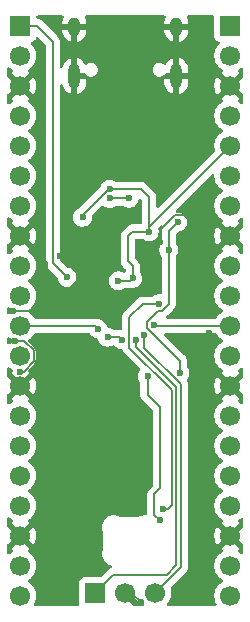
<source format=gbr>
%TF.GenerationSoftware,KiCad,Pcbnew,9.0.6*%
%TF.CreationDate,2026-01-07T14:09:13-05:00*%
%TF.ProjectId,Miguel's-Custom-Devboard - V2,4d696775-656c-4277-932d-437573746f6d,rev?*%
%TF.SameCoordinates,Original*%
%TF.FileFunction,Copper,L2,Bot*%
%TF.FilePolarity,Positive*%
%FSLAX46Y46*%
G04 Gerber Fmt 4.6, Leading zero omitted, Abs format (unit mm)*
G04 Created by KiCad (PCBNEW 9.0.6) date 2026-01-07 14:09:13*
%MOMM*%
%LPD*%
G01*
G04 APERTURE LIST*
%TA.AperFunction,ComponentPad*%
%ADD10R,1.700000X1.700000*%
%TD*%
%TA.AperFunction,ComponentPad*%
%ADD11C,1.700000*%
%TD*%
%TA.AperFunction,HeatsinkPad*%
%ADD12O,1.000000X2.100000*%
%TD*%
%TA.AperFunction,HeatsinkPad*%
%ADD13O,1.000000X1.600000*%
%TD*%
%TA.AperFunction,ViaPad*%
%ADD14C,0.600000*%
%TD*%
%TA.AperFunction,Conductor*%
%ADD15C,0.200000*%
%TD*%
G04 APERTURE END LIST*
D10*
%TO.P,J4,1,Pin_1*%
%TO.N,SWCLK*%
X190960000Y-92390000D03*
D11*
%TO.P,J4,2,Pin_2*%
%TO.N,GND*%
X193500000Y-92390000D03*
%TO.P,J4,3,Pin_3*%
%TO.N,SWD*%
X196040000Y-92390000D03*
%TD*%
D10*
%TO.P,J3,1,Pin_1*%
%TO.N,VBUS*%
X202390000Y-44370000D03*
D11*
%TO.P,J3,2,Pin_2*%
%TO.N,GPIO29_ADC3*%
X202390000Y-46910000D03*
%TO.P,J3,3,Pin_3*%
%TO.N,GND*%
X202390000Y-49450000D03*
%TO.P,J3,4,Pin_4*%
%TO.N,GPIO28_ADC2*%
X202390000Y-51990000D03*
%TO.P,J3,5,Pin_5*%
%TO.N,+3V3*%
X202390000Y-54530000D03*
%TO.P,J3,6,Pin_6*%
%TO.N,GPIO27_ADC1*%
X202390000Y-57070000D03*
%TO.P,J3,7,Pin_7*%
%TO.N,GPIO26_ADC0*%
X202390000Y-59610000D03*
%TO.P,J3,8,Pin_8*%
%TO.N,GND*%
X202390000Y-62150000D03*
%TO.P,J3,9,Pin_9*%
%TO.N,GPIO24*%
X202390000Y-64690000D03*
%TO.P,J3,10,Pin_10*%
%TO.N,GPIO23*%
X202390000Y-67230000D03*
%TO.P,J3,11,Pin_11*%
%TO.N,RUN*%
X202390000Y-69770000D03*
%TO.P,J3,12,Pin_12*%
%TO.N,GPIO22*%
X202390000Y-72310000D03*
%TO.P,J3,13,Pin_13*%
%TO.N,GND*%
X202390000Y-74850000D03*
%TO.P,J3,14,Pin_14*%
%TO.N,GPIO21*%
X202390000Y-77390000D03*
%TO.P,J3,15,Pin_15*%
%TO.N,GPIO20*%
X202390000Y-79930000D03*
%TO.P,J3,16,Pin_16*%
%TO.N,GPIO19*%
X202390000Y-82470000D03*
%TO.P,J3,17,Pin_17*%
%TO.N,GPIO18*%
X202390000Y-85010000D03*
%TO.P,J3,18,Pin_18*%
%TO.N,GND*%
X202390000Y-87550000D03*
%TO.P,J3,19,Pin_19*%
%TO.N,GPIO17*%
X202390000Y-90090000D03*
%TO.P,J3,20,Pin_20*%
%TO.N,GPIO16*%
X202390000Y-92630000D03*
%TD*%
D10*
%TO.P,J2,1,Pin_1*%
%TO.N,GPIO0*%
X184610000Y-44370000D03*
D11*
%TO.P,J2,2,Pin_2*%
%TO.N,GPIO1*%
X184610000Y-46910000D03*
%TO.P,J2,3,Pin_3*%
%TO.N,GND*%
X184610000Y-49450000D03*
%TO.P,J2,4,Pin_4*%
%TO.N,GPIO2*%
X184610000Y-51990000D03*
%TO.P,J2,5,Pin_5*%
%TO.N,GPIO3*%
X184610000Y-54530000D03*
%TO.P,J2,6,Pin_6*%
%TO.N,GPIO4*%
X184610000Y-57070000D03*
%TO.P,J2,7,Pin_7*%
%TO.N,GPIO5*%
X184610000Y-59610000D03*
%TO.P,J2,8,Pin_8*%
%TO.N,GND*%
X184610000Y-62150000D03*
%TO.P,J2,9,Pin_9*%
%TO.N,GPIO6*%
X184610000Y-64690000D03*
%TO.P,J2,10,Pin_10*%
%TO.N,GPIO7*%
X184610000Y-67230000D03*
%TO.P,J2,11,Pin_11*%
%TO.N,GPIO8*%
X184610000Y-69770000D03*
%TO.P,J2,12,Pin_12*%
%TO.N,GPIO9*%
X184610000Y-72310000D03*
%TO.P,J2,13,Pin_13*%
%TO.N,GND*%
X184610000Y-74850000D03*
%TO.P,J2,14,Pin_14*%
%TO.N,GPIO10*%
X184610000Y-77390000D03*
%TO.P,J2,15,Pin_15*%
%TO.N,GPIO11*%
X184610000Y-79930000D03*
%TO.P,J2,16,Pin_16*%
%TO.N,GPIO12*%
X184610000Y-82470000D03*
%TO.P,J2,17,Pin_17*%
%TO.N,GPIO13*%
X184610000Y-85010000D03*
%TO.P,J2,18,Pin_18*%
%TO.N,GND*%
X184610000Y-87550000D03*
%TO.P,J2,19,Pin_19*%
%TO.N,GPIO14*%
X184610000Y-90090000D03*
%TO.P,J2,20,Pin_20*%
%TO.N,GPIO15*%
X184610000Y-92630000D03*
%TD*%
D12*
%TO.P,J1,S1,SHIELD*%
%TO.N,GND*%
X197820000Y-48630000D03*
D13*
X197820000Y-44450000D03*
D12*
X189180000Y-48630000D03*
D13*
X189180000Y-44450000D03*
%TD*%
D14*
%TO.N,+3V3*%
X196400000Y-86200000D03*
%TO.N,LED_0*%
X196700000Y-85300000D03*
%TO.N,+3V3*%
X195529200Y-61798200D03*
X189881209Y-60596325D03*
X192921056Y-65972101D03*
X191998600Y-70739000D03*
X192175000Y-58191400D03*
X194132200Y-65760600D03*
X193230223Y-70967600D03*
X195388485Y-74029315D03*
%TO.N,GND*%
X199085200Y-60985400D03*
X199186800Y-90551000D03*
X200588965Y-70403635D03*
X184033829Y-68549126D03*
X187833000Y-90500200D03*
X189423144Y-62763741D03*
X184152176Y-71039998D03*
X194818000Y-93200000D03*
X199186800Y-44450000D03*
X186232800Y-86614000D03*
X196443600Y-62712600D03*
X190953129Y-60621624D03*
X200736200Y-87071200D03*
X184577532Y-73659612D03*
X187965000Y-63855600D03*
%TO.N,+1V1*%
X197180200Y-63347600D03*
X198125165Y-73781835D03*
X197967600Y-60985400D03*
%TO.N,GPIO0*%
X188609200Y-65684400D03*
%TO.N,GPIO8*%
X191191318Y-70034747D03*
%TO.N,RUN*%
X195955835Y-69677365D03*
%TO.N,SWD*%
X195122800Y-70590002D03*
%TO.N,SWCLK*%
X194431223Y-70992148D03*
%TO.N,QSPI_SS*%
X192175000Y-58991403D03*
X193827400Y-58978800D03*
%TO.N,LED_0*%
X196349228Y-67897041D03*
%TD*%
D15*
%TO.N,+3V3*%
X195961000Y-85761000D02*
X196400000Y-86200000D01*
X195961000Y-84023200D02*
X195961000Y-85761000D01*
%TO.N,LED_0*%
X194967559Y-67897041D02*
X196349228Y-67897041D01*
X193827400Y-69037200D02*
X194967559Y-67897041D01*
X197100000Y-85300000D02*
X197419600Y-84980400D01*
X193830223Y-69040023D02*
X193827400Y-69037200D01*
X196700000Y-85300000D02*
X197100000Y-85300000D01*
X197419600Y-84980400D02*
X197419600Y-75209400D01*
X197419600Y-75209400D02*
X193830223Y-71620023D01*
X193830223Y-71620023D02*
X193830223Y-69040023D01*
%TO.N,+3V3*%
X191998600Y-70739000D02*
X193001623Y-70739000D01*
X189881209Y-60410391D02*
X192100200Y-58191400D01*
X193001623Y-70739000D02*
X193230223Y-70967600D01*
X195388485Y-75602085D02*
X196443600Y-76657200D01*
X194132200Y-64719200D02*
X193700400Y-64287400D01*
X192175000Y-58191400D02*
X194843400Y-58191400D01*
X194132200Y-65760600D02*
X194132200Y-64719200D01*
X192921056Y-65972101D02*
X193920699Y-65972101D01*
X193700400Y-62204600D02*
X194106800Y-61798200D01*
X196443600Y-83540600D02*
X195961000Y-84023200D01*
X195529200Y-61798200D02*
X195529200Y-61390800D01*
X195529200Y-58877200D02*
X195529200Y-61798200D01*
X192100200Y-58191400D02*
X192175000Y-58191400D01*
X194843400Y-58191400D02*
X195529200Y-58877200D01*
X194106800Y-61798200D02*
X195529200Y-61798200D01*
X196443600Y-76657200D02*
X196443600Y-83540600D01*
X195388485Y-74029315D02*
X195388485Y-75602085D01*
X193700400Y-64287400D02*
X193700400Y-62204600D01*
X193920699Y-65972101D02*
X194132200Y-65760600D01*
X189881209Y-60596325D02*
X189881209Y-60410391D01*
X195529200Y-61390800D02*
X202390000Y-54530000D01*
%TO.N,GND*%
X194008000Y-92390000D02*
X194818000Y-93200000D01*
X189450000Y-65340600D02*
X187965000Y-63855600D01*
X190953129Y-61233756D02*
X190953129Y-60621624D01*
X199186800Y-90551000D02*
X200736200Y-89001600D01*
X200588965Y-70403635D02*
X200588965Y-73048965D01*
X196443600Y-62712600D02*
X196443600Y-61659457D01*
X189056859Y-62763741D02*
X187965000Y-63855600D01*
X184888148Y-73659612D02*
X185761000Y-72786760D01*
X189423144Y-62763741D02*
X190953129Y-61233756D01*
X184610000Y-62150000D02*
X186910417Y-64450417D01*
X189450000Y-66009543D02*
X189450000Y-65340600D01*
X201276200Y-61036200D02*
X202390000Y-62150000D01*
X200736200Y-89001600D02*
X200736200Y-87071200D01*
X199085200Y-60985400D02*
X199136000Y-61036200D01*
X200588965Y-73048965D02*
X202390000Y-74850000D01*
X199186800Y-44450000D02*
X199186800Y-46246800D01*
X184967758Y-71039998D02*
X184152176Y-71039998D01*
X185761000Y-72786760D02*
X185761000Y-71833240D01*
X186910417Y-68549126D02*
X189450000Y-66009543D01*
X184577532Y-73659612D02*
X184888148Y-73659612D01*
X197718657Y-60384400D02*
X198484200Y-60384400D01*
X186910417Y-64450417D02*
X186910417Y-68549126D01*
X187833000Y-88214200D02*
X186232800Y-86614000D01*
X196443600Y-61659457D02*
X197718657Y-60384400D01*
X199136000Y-61036200D02*
X201276200Y-61036200D01*
X198484200Y-60384400D02*
X199085200Y-60985400D01*
X187833000Y-90500200D02*
X187833000Y-88214200D01*
X193500000Y-92390000D02*
X194008000Y-92390000D01*
X184033829Y-68549126D02*
X186910417Y-68549126D01*
X199186800Y-46246800D02*
X202390000Y-49450000D01*
X189423144Y-62763741D02*
X189056859Y-62763741D01*
X185761000Y-71833240D02*
X184967758Y-71039998D01*
%TO.N,+1V1*%
X196598171Y-68498041D02*
X197180200Y-67916012D01*
X198125165Y-72742424D02*
X195354835Y-69972094D01*
X197180200Y-67916012D02*
X197180200Y-63347600D01*
X195354835Y-69972094D02*
X195354835Y-69428422D01*
X198125165Y-73781835D02*
X198125165Y-72742424D01*
X197180200Y-61772800D02*
X197967600Y-60985400D01*
X196285216Y-68498041D02*
X196598171Y-68498041D01*
X195354835Y-69428422D02*
X196285216Y-68498041D01*
X197180200Y-63347600D02*
X197180200Y-61772800D01*
%TO.N,GPIO0*%
X187364000Y-64439200D02*
X187364000Y-45706400D01*
X188609200Y-65684400D02*
X187364000Y-64439200D01*
X186027600Y-44370000D02*
X184610000Y-44370000D01*
X187364000Y-45706400D02*
X186027600Y-44370000D01*
%TO.N,GPIO8*%
X190926571Y-69770000D02*
X184610000Y-69770000D01*
X191191318Y-70034747D02*
X190926571Y-69770000D01*
%TO.N,RUN*%
X195955835Y-69677365D02*
X196048470Y-69770000D01*
X196048470Y-69770000D02*
X202390000Y-69770000D01*
%TO.N,SWD*%
X195122800Y-70590002D02*
X195122800Y-71628000D01*
X198221600Y-74726800D02*
X198221600Y-90208400D01*
X195122800Y-71628000D02*
X198221600Y-74726800D01*
X198221600Y-90208400D02*
X196040000Y-92390000D01*
%TO.N,SWCLK*%
X194431223Y-71540623D02*
X197820600Y-74930000D01*
X197820600Y-90042300D02*
X197007100Y-90855800D01*
X197007100Y-90855800D02*
X192494200Y-90855800D01*
X192494200Y-90855800D02*
X190960000Y-92390000D01*
X194431223Y-70992148D02*
X194411600Y-71011771D01*
X197820600Y-74930000D02*
X197820600Y-90042300D01*
X191328000Y-92390000D02*
X190960000Y-92390000D01*
X194431223Y-70992148D02*
X194431223Y-71540623D01*
%TO.N,QSPI_SS*%
X192175000Y-58991403D02*
X193814797Y-58991403D01*
X193814797Y-58991403D02*
X193827400Y-58978800D01*
%TD*%
%TA.AperFunction,Conductor*%
%TO.N,GND*%
G36*
X190453668Y-70390185D02*
G01*
X190489729Y-70425607D01*
X190524614Y-70477816D01*
X190569530Y-70545038D01*
X190681025Y-70656533D01*
X190681029Y-70656536D01*
X190812132Y-70744137D01*
X190812145Y-70744144D01*
X190953560Y-70802719D01*
X190957821Y-70804484D01*
X191016085Y-70816073D01*
X191118450Y-70836436D01*
X191118187Y-70837756D01*
X191176598Y-70861335D01*
X191216962Y-70918366D01*
X191221283Y-70934393D01*
X191228861Y-70972491D01*
X191228864Y-70972501D01*
X191289202Y-71118172D01*
X191289209Y-71118185D01*
X191376810Y-71249288D01*
X191376813Y-71249292D01*
X191488307Y-71360786D01*
X191488311Y-71360789D01*
X191619414Y-71448390D01*
X191619427Y-71448397D01*
X191765098Y-71508735D01*
X191765103Y-71508737D01*
X191919693Y-71539487D01*
X191919753Y-71539499D01*
X191919756Y-71539500D01*
X191919758Y-71539500D01*
X192077444Y-71539500D01*
X192077445Y-71539499D01*
X192232097Y-71508737D01*
X192377779Y-71448394D01*
X192420513Y-71419839D01*
X192487189Y-71398962D01*
X192554570Y-71417446D01*
X192592507Y-71454052D01*
X192608435Y-71477891D01*
X192719930Y-71589386D01*
X192719934Y-71589389D01*
X192851037Y-71676990D01*
X192851050Y-71676997D01*
X192996721Y-71737335D01*
X192996726Y-71737337D01*
X193151376Y-71768099D01*
X193151379Y-71768100D01*
X193151381Y-71768100D01*
X193153119Y-71768100D01*
X193153997Y-71768357D01*
X193157441Y-71768697D01*
X193157376Y-71769350D01*
X193168318Y-71772563D01*
X193184154Y-71772046D01*
X193201158Y-71782206D01*
X193220158Y-71787785D01*
X193231277Y-71800201D01*
X193244133Y-71807883D01*
X193259141Y-71831317D01*
X193264173Y-71836936D01*
X193269574Y-71847810D01*
X193270646Y-71851808D01*
X193275251Y-71859784D01*
X193277194Y-71863149D01*
X193349700Y-71988735D01*
X193349704Y-71988740D01*
X193468572Y-72107608D01*
X193468578Y-72107613D01*
X194740117Y-73379152D01*
X194773602Y-73440475D01*
X194768618Y-73510167D01*
X194755538Y-73535724D01*
X194679094Y-73650129D01*
X194679087Y-73650142D01*
X194618749Y-73795813D01*
X194618746Y-73795825D01*
X194587985Y-73950468D01*
X194587985Y-74108161D01*
X194618746Y-74262804D01*
X194618749Y-74262816D01*
X194679087Y-74408487D01*
X194679094Y-74408500D01*
X194767087Y-74540189D01*
X194787965Y-74606866D01*
X194787985Y-74609080D01*
X194787985Y-75515415D01*
X194787984Y-75515433D01*
X194787984Y-75681139D01*
X194787983Y-75681139D01*
X194828908Y-75833870D01*
X194857843Y-75883985D01*
X194857844Y-75883989D01*
X194857845Y-75883989D01*
X194907964Y-75970799D01*
X194907966Y-75970802D01*
X195026834Y-76089670D01*
X195026840Y-76089675D01*
X195806781Y-76869616D01*
X195840266Y-76930939D01*
X195843100Y-76957297D01*
X195843100Y-83240502D01*
X195823415Y-83307541D01*
X195806781Y-83328183D01*
X195480481Y-83654482D01*
X195480477Y-83654487D01*
X195441756Y-83721556D01*
X195441756Y-83721557D01*
X195401423Y-83791414D01*
X195396055Y-83811447D01*
X195360499Y-83944143D01*
X195360499Y-83944145D01*
X195360499Y-84112246D01*
X195360500Y-84112259D01*
X195360500Y-85681939D01*
X195360499Y-85681943D01*
X195360499Y-85690776D01*
X195350243Y-85725696D01*
X195340814Y-85757807D01*
X195340811Y-85757809D01*
X195340810Y-85757814D01*
X195301381Y-85791975D01*
X195288010Y-85803562D01*
X195288008Y-85803562D01*
X195288004Y-85803566D01*
X195287961Y-85803572D01*
X195234366Y-85814750D01*
X195099282Y-85812426D01*
X195049919Y-85811577D01*
X195049918Y-85811577D01*
X195049915Y-85811577D01*
X194869798Y-85841537D01*
X194869791Y-85841539D01*
X194698064Y-85903611D01*
X194698062Y-85903611D01*
X194698062Y-85903612D01*
X194683774Y-85911938D01*
X194683542Y-85912073D01*
X194683445Y-85912129D01*
X194676374Y-85916240D01*
X194676129Y-85916308D01*
X194648800Y-85932273D01*
X194648368Y-85932525D01*
X194648304Y-85932563D01*
X194648085Y-85932690D01*
X194645370Y-85933357D01*
X194585745Y-85949495D01*
X194545511Y-85949492D01*
X194545389Y-85949500D01*
X193104691Y-85949500D01*
X193096410Y-85949499D01*
X193096392Y-85949494D01*
X193066787Y-85949496D01*
X193064232Y-85949496D01*
X193063985Y-85949423D01*
X193001693Y-85932563D01*
X192978200Y-85918838D01*
X192973870Y-85916308D01*
X192973868Y-85916307D01*
X192967846Y-85912789D01*
X192966143Y-85911938D01*
X192960978Y-85908928D01*
X192951921Y-85903651D01*
X192951919Y-85903650D01*
X192951917Y-85903649D01*
X192951919Y-85903649D01*
X192780208Y-85841582D01*
X192780191Y-85841578D01*
X192600082Y-85811619D01*
X192600079Y-85811619D01*
X192591540Y-85811765D01*
X192417508Y-85814759D01*
X192238535Y-85850894D01*
X192238524Y-85850897D01*
X192069043Y-85918837D01*
X192069042Y-85918837D01*
X191914661Y-86016332D01*
X191914656Y-86016335D01*
X191914656Y-86016336D01*
X191780470Y-86140171D01*
X191761813Y-86165049D01*
X191670916Y-86286252D01*
X191589617Y-86449749D01*
X191589616Y-86449753D01*
X191539259Y-86625262D01*
X191539258Y-86625265D01*
X191521504Y-86806991D01*
X191536388Y-86982435D01*
X191536940Y-86988935D01*
X191562929Y-87084075D01*
X191585056Y-87165078D01*
X191585060Y-87165088D01*
X191592298Y-87180170D01*
X191592340Y-87180256D01*
X191595923Y-87187738D01*
X191595981Y-87188040D01*
X191612296Y-87221923D01*
X191612336Y-87222006D01*
X191612481Y-87222900D01*
X191624501Y-87275569D01*
X191624501Y-88624421D01*
X191612302Y-88678053D01*
X191611439Y-88679852D01*
X191611363Y-88680011D01*
X191592745Y-88718680D01*
X191592427Y-88719469D01*
X191585018Y-88734907D01*
X191536900Y-88911054D01*
X191521464Y-89093004D01*
X191539218Y-89274739D01*
X191539219Y-89274741D01*
X191589578Y-89450257D01*
X191589580Y-89450261D01*
X191670882Y-89613768D01*
X191780436Y-89759852D01*
X191780437Y-89759853D01*
X191780438Y-89759854D01*
X191914630Y-89883694D01*
X192069022Y-89981197D01*
X192158685Y-90017140D01*
X192238511Y-90049140D01*
X192238512Y-90049140D01*
X192238514Y-90049141D01*
X192247953Y-90051046D01*
X192260096Y-90053499D01*
X192321913Y-90086062D01*
X192356313Y-90146876D01*
X192352373Y-90216635D01*
X192311344Y-90273189D01*
X192267652Y-90294820D01*
X192262417Y-90296222D01*
X192262409Y-90296226D01*
X192125490Y-90375275D01*
X192125482Y-90375281D01*
X192013678Y-90487086D01*
X191497582Y-91003181D01*
X191436259Y-91036666D01*
X191409901Y-91039500D01*
X190062129Y-91039500D01*
X190062123Y-91039501D01*
X190002516Y-91045908D01*
X189867671Y-91096202D01*
X189867664Y-91096206D01*
X189752455Y-91182452D01*
X189752452Y-91182455D01*
X189666206Y-91297664D01*
X189666202Y-91297671D01*
X189615908Y-91432517D01*
X189609501Y-91492116D01*
X189609500Y-91492135D01*
X189609500Y-93287870D01*
X189609501Y-93287876D01*
X189616738Y-93355196D01*
X189615342Y-93355345D01*
X189612050Y-93416756D01*
X189571182Y-93473427D01*
X189506163Y-93499007D01*
X189495114Y-93499500D01*
X185885019Y-93499500D01*
X185817980Y-93479815D01*
X185772225Y-93427011D01*
X185762281Y-93357853D01*
X185774534Y-93319205D01*
X185799714Y-93269786D01*
X185861557Y-93148412D01*
X185927246Y-92946243D01*
X185960500Y-92736287D01*
X185960500Y-92523713D01*
X185927246Y-92313757D01*
X185861557Y-92111588D01*
X185765051Y-91922184D01*
X185765049Y-91922181D01*
X185765048Y-91922179D01*
X185640109Y-91750213D01*
X185489786Y-91599890D01*
X185317820Y-91474951D01*
X185317115Y-91474591D01*
X185309054Y-91470485D01*
X185258259Y-91422512D01*
X185241463Y-91354692D01*
X185263999Y-91288556D01*
X185309054Y-91249515D01*
X185317816Y-91245051D01*
X185403977Y-91182452D01*
X185489786Y-91120109D01*
X185489788Y-91120106D01*
X185489792Y-91120104D01*
X185640104Y-90969792D01*
X185640106Y-90969788D01*
X185640109Y-90969786D01*
X185765048Y-90797820D01*
X185765047Y-90797820D01*
X185765051Y-90797816D01*
X185861557Y-90608412D01*
X185927246Y-90406243D01*
X185960500Y-90196287D01*
X185960500Y-89983713D01*
X185927246Y-89773757D01*
X185861557Y-89571588D01*
X185765051Y-89382184D01*
X185765049Y-89382181D01*
X185765048Y-89382179D01*
X185640109Y-89210213D01*
X185489786Y-89059890D01*
X185317817Y-88934949D01*
X185308504Y-88930204D01*
X185257707Y-88882230D01*
X185240912Y-88814409D01*
X185263449Y-88748274D01*
X185308507Y-88709232D01*
X185317555Y-88704622D01*
X185371716Y-88665270D01*
X185371717Y-88665270D01*
X184739408Y-88032962D01*
X184802993Y-88015925D01*
X184917007Y-87950099D01*
X185010099Y-87857007D01*
X185075925Y-87742993D01*
X185092962Y-87679408D01*
X185725270Y-88311717D01*
X185725270Y-88311716D01*
X185764622Y-88257554D01*
X185861095Y-88068217D01*
X185926757Y-87866130D01*
X185926757Y-87866127D01*
X185960000Y-87656246D01*
X185960000Y-87443753D01*
X185926757Y-87233872D01*
X185926757Y-87233869D01*
X185861095Y-87031782D01*
X185764624Y-86842449D01*
X185725270Y-86788282D01*
X185725269Y-86788282D01*
X185092962Y-87420590D01*
X185075925Y-87357007D01*
X185010099Y-87242993D01*
X184917007Y-87149901D01*
X184802993Y-87084075D01*
X184739409Y-87067037D01*
X185371716Y-86434728D01*
X185317547Y-86395373D01*
X185317547Y-86395372D01*
X185308500Y-86390763D01*
X185257706Y-86342788D01*
X185240912Y-86274966D01*
X185263451Y-86208832D01*
X185308508Y-86169793D01*
X185317816Y-86165051D01*
X185406096Y-86100912D01*
X185489786Y-86040109D01*
X185489788Y-86040106D01*
X185489792Y-86040104D01*
X185640104Y-85889792D01*
X185640106Y-85889788D01*
X185640109Y-85889786D01*
X185765048Y-85717820D01*
X185765047Y-85717820D01*
X185765051Y-85717816D01*
X185861557Y-85528412D01*
X185927246Y-85326243D01*
X185960500Y-85116287D01*
X185960500Y-84903713D01*
X185927246Y-84693757D01*
X185861557Y-84491588D01*
X185765051Y-84302184D01*
X185765049Y-84302181D01*
X185765048Y-84302179D01*
X185640109Y-84130213D01*
X185489786Y-83979890D01*
X185317820Y-83854951D01*
X185317115Y-83854591D01*
X185309054Y-83850485D01*
X185258259Y-83802512D01*
X185241463Y-83734692D01*
X185263999Y-83668556D01*
X185309054Y-83629515D01*
X185317816Y-83625051D01*
X185393921Y-83569758D01*
X185489786Y-83500109D01*
X185489788Y-83500106D01*
X185489792Y-83500104D01*
X185640104Y-83349792D01*
X185640106Y-83349788D01*
X185640109Y-83349786D01*
X185765048Y-83177820D01*
X185765047Y-83177820D01*
X185765051Y-83177816D01*
X185861557Y-82988412D01*
X185927246Y-82786243D01*
X185960500Y-82576287D01*
X185960500Y-82363713D01*
X185927246Y-82153757D01*
X185861557Y-81951588D01*
X185765051Y-81762184D01*
X185765049Y-81762181D01*
X185765048Y-81762179D01*
X185640109Y-81590213D01*
X185489786Y-81439890D01*
X185317820Y-81314951D01*
X185317115Y-81314591D01*
X185309054Y-81310485D01*
X185258259Y-81262512D01*
X185241463Y-81194692D01*
X185263999Y-81128556D01*
X185309054Y-81089515D01*
X185317816Y-81085051D01*
X185393921Y-81029758D01*
X185489786Y-80960109D01*
X185489788Y-80960106D01*
X185489792Y-80960104D01*
X185640104Y-80809792D01*
X185640106Y-80809788D01*
X185640109Y-80809786D01*
X185765048Y-80637820D01*
X185765047Y-80637820D01*
X185765051Y-80637816D01*
X185861557Y-80448412D01*
X185927246Y-80246243D01*
X185960500Y-80036287D01*
X185960500Y-79823713D01*
X185927246Y-79613757D01*
X185861557Y-79411588D01*
X185765051Y-79222184D01*
X185765049Y-79222181D01*
X185765048Y-79222179D01*
X185640109Y-79050213D01*
X185489786Y-78899890D01*
X185317820Y-78774951D01*
X185317115Y-78774591D01*
X185309054Y-78770485D01*
X185258259Y-78722512D01*
X185241463Y-78654692D01*
X185263999Y-78588556D01*
X185309054Y-78549515D01*
X185317816Y-78545051D01*
X185393921Y-78489758D01*
X185489786Y-78420109D01*
X185489788Y-78420106D01*
X185489792Y-78420104D01*
X185640104Y-78269792D01*
X185640106Y-78269788D01*
X185640109Y-78269786D01*
X185765048Y-78097820D01*
X185765047Y-78097820D01*
X185765051Y-78097816D01*
X185861557Y-77908412D01*
X185927246Y-77706243D01*
X185960500Y-77496287D01*
X185960500Y-77283713D01*
X185927246Y-77073757D01*
X185861557Y-76871588D01*
X185765051Y-76682184D01*
X185765049Y-76682181D01*
X185765048Y-76682179D01*
X185640109Y-76510213D01*
X185489786Y-76359890D01*
X185317817Y-76234949D01*
X185308504Y-76230204D01*
X185257707Y-76182230D01*
X185240912Y-76114409D01*
X185263449Y-76048274D01*
X185308507Y-76009232D01*
X185317555Y-76004622D01*
X185371716Y-75965270D01*
X185371717Y-75965270D01*
X184739408Y-75332962D01*
X184802993Y-75315925D01*
X184917007Y-75250099D01*
X185010099Y-75157007D01*
X185075925Y-75042993D01*
X185092962Y-74979408D01*
X185725270Y-75611717D01*
X185725270Y-75611716D01*
X185764622Y-75557554D01*
X185861095Y-75368217D01*
X185926757Y-75166130D01*
X185926757Y-75166127D01*
X185960000Y-74956246D01*
X185960000Y-74743753D01*
X185926757Y-74533872D01*
X185926757Y-74533869D01*
X185861095Y-74331782D01*
X185764624Y-74142449D01*
X185725270Y-74088282D01*
X185725269Y-74088282D01*
X185092962Y-74720590D01*
X185075925Y-74657007D01*
X185010099Y-74542993D01*
X184917007Y-74449901D01*
X184802993Y-74384075D01*
X184739409Y-74367037D01*
X185371716Y-73734728D01*
X185317547Y-73695373D01*
X185317547Y-73695372D01*
X185308500Y-73690763D01*
X185257706Y-73642788D01*
X185240912Y-73574966D01*
X185263451Y-73508832D01*
X185308508Y-73469793D01*
X185317816Y-73465051D01*
X185436047Y-73379152D01*
X185489786Y-73340109D01*
X185489788Y-73340106D01*
X185489792Y-73340104D01*
X185640104Y-73189792D01*
X185640106Y-73189788D01*
X185640109Y-73189786D01*
X185765048Y-73017820D01*
X185765047Y-73017820D01*
X185765051Y-73017816D01*
X185861557Y-72828412D01*
X185927246Y-72626243D01*
X185960500Y-72416287D01*
X185960500Y-72203713D01*
X185927246Y-71993757D01*
X185861557Y-71791588D01*
X185765051Y-71602184D01*
X185765049Y-71602181D01*
X185765048Y-71602179D01*
X185640109Y-71430213D01*
X185489786Y-71279890D01*
X185317820Y-71154951D01*
X185317115Y-71154591D01*
X185309054Y-71150485D01*
X185258259Y-71102512D01*
X185241463Y-71034692D01*
X185263999Y-70968556D01*
X185309054Y-70929515D01*
X185317816Y-70925051D01*
X185393921Y-70869758D01*
X185489786Y-70800109D01*
X185489788Y-70800106D01*
X185489792Y-70800104D01*
X185640104Y-70649792D01*
X185640106Y-70649788D01*
X185640109Y-70649786D01*
X185733779Y-70520858D01*
X185765051Y-70477816D01*
X185765349Y-70477230D01*
X185785235Y-70438205D01*
X185833209Y-70387409D01*
X185895719Y-70370500D01*
X190386629Y-70370500D01*
X190453668Y-70390185D01*
G37*
%TD.AperFunction*%
%TA.AperFunction,Conductor*%
G36*
X194615270Y-93151717D02*
G01*
X194615270Y-93151716D01*
X194654622Y-93097555D01*
X194659232Y-93088507D01*
X194707205Y-93037709D01*
X194775025Y-93020912D01*
X194841161Y-93043447D01*
X194880204Y-93088504D01*
X194884949Y-93097817D01*
X195009890Y-93269786D01*
X195027923Y-93287819D01*
X195061408Y-93349142D01*
X195056424Y-93418834D01*
X195014552Y-93474767D01*
X194949088Y-93499184D01*
X194940242Y-93499500D01*
X194307308Y-93499500D01*
X194240269Y-93479815D01*
X194219627Y-93463181D01*
X193629408Y-92872962D01*
X193692993Y-92855925D01*
X193807007Y-92790099D01*
X193900099Y-92697007D01*
X193965925Y-92582993D01*
X193982962Y-92519409D01*
X194615270Y-93151717D01*
G37*
%TD.AperFunction*%
%TA.AperFunction,Conductor*%
G36*
X201118883Y-70374787D02*
G01*
X201134088Y-70374136D01*
X201151726Y-70384431D01*
X201171320Y-70390185D01*
X201182216Y-70402228D01*
X201194430Y-70409358D01*
X201214765Y-70438205D01*
X201234947Y-70477814D01*
X201234948Y-70477815D01*
X201359890Y-70649786D01*
X201510213Y-70800109D01*
X201682182Y-70925050D01*
X201690946Y-70929516D01*
X201741742Y-70977491D01*
X201758536Y-71045312D01*
X201735998Y-71111447D01*
X201690946Y-71150484D01*
X201682182Y-71154949D01*
X201510213Y-71279890D01*
X201359890Y-71430213D01*
X201234951Y-71602179D01*
X201138444Y-71791585D01*
X201072753Y-71993760D01*
X201054721Y-72107613D01*
X201039500Y-72203713D01*
X201039500Y-72416287D01*
X201072754Y-72626243D01*
X201084816Y-72663367D01*
X201138444Y-72828414D01*
X201234951Y-73017820D01*
X201359890Y-73189786D01*
X201510213Y-73340109D01*
X201682179Y-73465048D01*
X201682181Y-73465049D01*
X201682184Y-73465051D01*
X201691493Y-73469794D01*
X201742290Y-73517766D01*
X201759087Y-73585587D01*
X201736552Y-73651722D01*
X201691505Y-73690760D01*
X201682446Y-73695376D01*
X201682440Y-73695380D01*
X201628282Y-73734727D01*
X201628282Y-73734728D01*
X202260591Y-74367037D01*
X202197007Y-74384075D01*
X202082993Y-74449901D01*
X201989901Y-74542993D01*
X201924075Y-74657007D01*
X201907037Y-74720591D01*
X201274728Y-74088282D01*
X201274727Y-74088282D01*
X201235380Y-74142439D01*
X201138904Y-74331782D01*
X201073242Y-74533869D01*
X201073242Y-74533872D01*
X201040000Y-74743753D01*
X201040000Y-74956246D01*
X201073242Y-75166127D01*
X201073242Y-75166130D01*
X201138904Y-75368217D01*
X201235375Y-75557550D01*
X201274728Y-75611716D01*
X201907037Y-74979408D01*
X201924075Y-75042993D01*
X201989901Y-75157007D01*
X202082993Y-75250099D01*
X202197007Y-75315925D01*
X202260590Y-75332962D01*
X201628282Y-75965269D01*
X201628282Y-75965270D01*
X201682452Y-76004626D01*
X201682451Y-76004626D01*
X201691495Y-76009234D01*
X201742292Y-76057208D01*
X201759087Y-76125029D01*
X201736550Y-76191164D01*
X201691499Y-76230202D01*
X201682182Y-76234949D01*
X201510213Y-76359890D01*
X201359890Y-76510213D01*
X201234951Y-76682179D01*
X201138444Y-76871585D01*
X201072753Y-77073760D01*
X201039500Y-77283713D01*
X201039500Y-77496286D01*
X201072753Y-77706239D01*
X201138444Y-77908414D01*
X201234951Y-78097820D01*
X201359890Y-78269786D01*
X201510213Y-78420109D01*
X201682182Y-78545050D01*
X201690946Y-78549516D01*
X201741742Y-78597491D01*
X201758536Y-78665312D01*
X201735998Y-78731447D01*
X201690946Y-78770484D01*
X201682182Y-78774949D01*
X201510213Y-78899890D01*
X201359890Y-79050213D01*
X201234951Y-79222179D01*
X201138444Y-79411585D01*
X201072753Y-79613760D01*
X201039500Y-79823713D01*
X201039500Y-80036286D01*
X201072753Y-80246239D01*
X201138444Y-80448414D01*
X201234951Y-80637820D01*
X201359890Y-80809786D01*
X201510213Y-80960109D01*
X201682182Y-81085050D01*
X201690946Y-81089516D01*
X201741742Y-81137491D01*
X201758536Y-81205312D01*
X201735998Y-81271447D01*
X201690946Y-81310484D01*
X201682182Y-81314949D01*
X201510213Y-81439890D01*
X201359890Y-81590213D01*
X201234951Y-81762179D01*
X201138444Y-81951585D01*
X201072753Y-82153760D01*
X201039500Y-82363713D01*
X201039500Y-82576286D01*
X201072753Y-82786239D01*
X201138444Y-82988414D01*
X201234951Y-83177820D01*
X201359890Y-83349786D01*
X201510213Y-83500109D01*
X201682182Y-83625050D01*
X201690946Y-83629516D01*
X201741742Y-83677491D01*
X201758536Y-83745312D01*
X201735998Y-83811447D01*
X201690946Y-83850484D01*
X201682182Y-83854949D01*
X201510213Y-83979890D01*
X201359890Y-84130213D01*
X201234951Y-84302179D01*
X201138444Y-84491585D01*
X201072753Y-84693760D01*
X201039500Y-84903713D01*
X201039500Y-85116286D01*
X201072753Y-85326239D01*
X201138444Y-85528414D01*
X201234951Y-85717820D01*
X201359890Y-85889786D01*
X201510213Y-86040109D01*
X201682179Y-86165048D01*
X201682181Y-86165049D01*
X201682184Y-86165051D01*
X201691493Y-86169794D01*
X201742290Y-86217766D01*
X201759087Y-86285587D01*
X201736552Y-86351722D01*
X201691505Y-86390760D01*
X201682446Y-86395376D01*
X201682440Y-86395380D01*
X201628282Y-86434727D01*
X201628282Y-86434728D01*
X202260591Y-87067037D01*
X202197007Y-87084075D01*
X202082993Y-87149901D01*
X201989901Y-87242993D01*
X201924075Y-87357007D01*
X201907037Y-87420591D01*
X201274728Y-86788282D01*
X201274727Y-86788282D01*
X201235380Y-86842439D01*
X201138904Y-87031782D01*
X201073242Y-87233869D01*
X201073242Y-87233872D01*
X201040000Y-87443753D01*
X201040000Y-87656246D01*
X201073242Y-87866127D01*
X201073242Y-87866130D01*
X201138904Y-88068217D01*
X201235375Y-88257550D01*
X201274728Y-88311716D01*
X201907037Y-87679408D01*
X201924075Y-87742993D01*
X201989901Y-87857007D01*
X202082993Y-87950099D01*
X202197007Y-88015925D01*
X202260590Y-88032962D01*
X201628282Y-88665269D01*
X201628282Y-88665270D01*
X201682452Y-88704626D01*
X201682451Y-88704626D01*
X201691495Y-88709234D01*
X201742292Y-88757208D01*
X201759087Y-88825029D01*
X201736550Y-88891164D01*
X201691499Y-88930202D01*
X201682182Y-88934949D01*
X201510213Y-89059890D01*
X201359890Y-89210213D01*
X201234951Y-89382179D01*
X201138444Y-89571585D01*
X201072753Y-89773760D01*
X201042109Y-89967238D01*
X201039500Y-89983713D01*
X201039500Y-90196287D01*
X201043693Y-90222758D01*
X201050583Y-90266265D01*
X201072754Y-90406243D01*
X201128274Y-90577116D01*
X201138444Y-90608414D01*
X201234951Y-90797820D01*
X201359890Y-90969786D01*
X201510213Y-91120109D01*
X201682182Y-91245050D01*
X201690946Y-91249516D01*
X201741742Y-91297491D01*
X201758536Y-91365312D01*
X201735998Y-91431447D01*
X201690946Y-91470484D01*
X201682182Y-91474949D01*
X201510213Y-91599890D01*
X201359890Y-91750213D01*
X201234951Y-91922179D01*
X201138444Y-92111585D01*
X201072753Y-92313760D01*
X201071104Y-92324174D01*
X201039500Y-92523713D01*
X201039500Y-92736287D01*
X201072754Y-92946243D01*
X201122003Y-93097816D01*
X201138444Y-93148414D01*
X201225466Y-93319205D01*
X201238362Y-93387875D01*
X201212086Y-93452615D01*
X201154979Y-93492872D01*
X201114981Y-93499500D01*
X197139758Y-93499500D01*
X197072719Y-93479815D01*
X197026964Y-93427011D01*
X197017020Y-93357853D01*
X197046045Y-93294297D01*
X197052077Y-93287819D01*
X197070104Y-93269792D01*
X197070106Y-93269788D01*
X197070109Y-93269786D01*
X197195048Y-93097820D01*
X197195050Y-93097817D01*
X197195051Y-93097816D01*
X197291557Y-92908412D01*
X197357246Y-92706243D01*
X197390500Y-92496287D01*
X197390500Y-92283713D01*
X197357246Y-92073757D01*
X197343506Y-92031473D01*
X197341512Y-91961635D01*
X197373755Y-91905478D01*
X198580106Y-90699128D01*
X198580111Y-90699124D01*
X198590314Y-90688920D01*
X198590316Y-90688920D01*
X198702120Y-90577116D01*
X198754100Y-90487084D01*
X198781177Y-90440185D01*
X198822100Y-90287458D01*
X198822100Y-90129343D01*
X198822100Y-74805860D01*
X198822101Y-74805857D01*
X198822101Y-74647743D01*
X198781177Y-74495015D01*
X198741026Y-74425472D01*
X198724553Y-74357575D01*
X198745311Y-74294582D01*
X198746952Y-74292125D01*
X198746954Y-74292124D01*
X198834559Y-74161014D01*
X198894902Y-74015332D01*
X198925665Y-73860677D01*
X198925665Y-73702993D01*
X198925665Y-73702990D01*
X198925664Y-73702988D01*
X198923232Y-73690760D01*
X198894902Y-73548338D01*
X198862368Y-73469793D01*
X198834562Y-73402662D01*
X198834555Y-73402649D01*
X198746563Y-73270960D01*
X198725685Y-73204282D01*
X198725665Y-73202069D01*
X198725665Y-72663369D01*
X198725665Y-72663367D01*
X198684742Y-72510640D01*
X198684742Y-72510639D01*
X198684742Y-72510638D01*
X198655804Y-72460519D01*
X198655802Y-72460516D01*
X198630267Y-72416287D01*
X198605685Y-72373708D01*
X198493881Y-72261904D01*
X198493880Y-72261903D01*
X198489550Y-72257573D01*
X198489539Y-72257563D01*
X196814157Y-70582181D01*
X196780672Y-70520858D01*
X196785656Y-70451166D01*
X196827528Y-70395233D01*
X196892992Y-70370816D01*
X196901838Y-70370500D01*
X201104281Y-70370500D01*
X201118883Y-70374787D01*
G37*
%TD.AperFunction*%
%TA.AperFunction,Conductor*%
G36*
X203463181Y-88269627D02*
G01*
X203496666Y-88330950D01*
X203499500Y-88357308D01*
X203499500Y-88990242D01*
X203479815Y-89057281D01*
X203427011Y-89103036D01*
X203357853Y-89112980D01*
X203294297Y-89083955D01*
X203287819Y-89077923D01*
X203269786Y-89059890D01*
X203097817Y-88934949D01*
X203088504Y-88930204D01*
X203037707Y-88882230D01*
X203020912Y-88814409D01*
X203043449Y-88748274D01*
X203088507Y-88709232D01*
X203097555Y-88704622D01*
X203151716Y-88665270D01*
X203151717Y-88665270D01*
X202519408Y-88032962D01*
X202582993Y-88015925D01*
X202697007Y-87950099D01*
X202790099Y-87857007D01*
X202855925Y-87742993D01*
X202872962Y-87679408D01*
X203463181Y-88269627D01*
G37*
%TD.AperFunction*%
%TA.AperFunction,Conductor*%
G36*
X184144075Y-87742993D02*
G01*
X184209901Y-87857007D01*
X184302993Y-87950099D01*
X184417007Y-88015925D01*
X184480590Y-88032962D01*
X183848282Y-88665269D01*
X183848282Y-88665270D01*
X183902452Y-88704626D01*
X183902451Y-88704626D01*
X183911495Y-88709234D01*
X183962292Y-88757208D01*
X183979087Y-88825029D01*
X183956550Y-88891164D01*
X183911499Y-88930202D01*
X183902182Y-88934949D01*
X183730213Y-89059890D01*
X183730209Y-89059894D01*
X183712181Y-89077923D01*
X183650858Y-89111408D01*
X183581166Y-89106424D01*
X183525233Y-89064552D01*
X183500816Y-88999088D01*
X183500500Y-88990242D01*
X183500500Y-88357308D01*
X183520185Y-88290269D01*
X183536819Y-88269627D01*
X184127037Y-87679408D01*
X184144075Y-87742993D01*
G37*
%TD.AperFunction*%
%TA.AperFunction,Conductor*%
G36*
X183705703Y-86016045D02*
G01*
X183712181Y-86022077D01*
X183730213Y-86040109D01*
X183902179Y-86165048D01*
X183902181Y-86165049D01*
X183902184Y-86165051D01*
X183911493Y-86169794D01*
X183962290Y-86217766D01*
X183979087Y-86285587D01*
X183956552Y-86351722D01*
X183911505Y-86390760D01*
X183902446Y-86395376D01*
X183902440Y-86395380D01*
X183848282Y-86434727D01*
X183848282Y-86434728D01*
X184480591Y-87067037D01*
X184417007Y-87084075D01*
X184302993Y-87149901D01*
X184209901Y-87242993D01*
X184144075Y-87357007D01*
X184127037Y-87420591D01*
X183536819Y-86830373D01*
X183503334Y-86769050D01*
X183500500Y-86742692D01*
X183500500Y-86109758D01*
X183520185Y-86042719D01*
X183572989Y-85996964D01*
X183642147Y-85987020D01*
X183705703Y-86016045D01*
G37*
%TD.AperFunction*%
%TA.AperFunction,Conductor*%
G36*
X203418834Y-85993576D02*
G01*
X203474767Y-86035448D01*
X203499184Y-86100912D01*
X203499500Y-86109758D01*
X203499500Y-86742692D01*
X203479815Y-86809731D01*
X203463181Y-86830373D01*
X202872962Y-87420591D01*
X202855925Y-87357007D01*
X202790099Y-87242993D01*
X202697007Y-87149901D01*
X202582993Y-87084075D01*
X202519409Y-87067037D01*
X203151716Y-86434728D01*
X203097547Y-86395373D01*
X203097547Y-86395372D01*
X203088500Y-86390763D01*
X203037706Y-86342788D01*
X203020912Y-86274966D01*
X203043451Y-86208832D01*
X203088508Y-86169793D01*
X203097816Y-86165051D01*
X203186096Y-86100912D01*
X203269786Y-86040109D01*
X203269788Y-86040106D01*
X203269792Y-86040104D01*
X203287819Y-86022077D01*
X203349142Y-85988592D01*
X203418834Y-85993576D01*
G37*
%TD.AperFunction*%
%TA.AperFunction,Conductor*%
G36*
X203463181Y-75569627D02*
G01*
X203496666Y-75630950D01*
X203499500Y-75657308D01*
X203499500Y-76290242D01*
X203479815Y-76357281D01*
X203427011Y-76403036D01*
X203357853Y-76412980D01*
X203294297Y-76383955D01*
X203287819Y-76377923D01*
X203269786Y-76359890D01*
X203097817Y-76234949D01*
X203088504Y-76230204D01*
X203037707Y-76182230D01*
X203020912Y-76114409D01*
X203043449Y-76048274D01*
X203088507Y-76009232D01*
X203097555Y-76004622D01*
X203151716Y-75965270D01*
X203151717Y-75965270D01*
X202519408Y-75332962D01*
X202582993Y-75315925D01*
X202697007Y-75250099D01*
X202790099Y-75157007D01*
X202855925Y-75042993D01*
X202872962Y-74979408D01*
X203463181Y-75569627D01*
G37*
%TD.AperFunction*%
%TA.AperFunction,Conductor*%
G36*
X184144075Y-75042993D02*
G01*
X184209901Y-75157007D01*
X184302993Y-75250099D01*
X184417007Y-75315925D01*
X184480590Y-75332962D01*
X183848282Y-75965269D01*
X183848282Y-75965270D01*
X183902452Y-76004626D01*
X183902451Y-76004626D01*
X183911495Y-76009234D01*
X183962292Y-76057208D01*
X183979087Y-76125029D01*
X183956550Y-76191164D01*
X183911499Y-76230202D01*
X183902182Y-76234949D01*
X183730213Y-76359890D01*
X183730209Y-76359894D01*
X183712181Y-76377923D01*
X183650858Y-76411408D01*
X183581166Y-76406424D01*
X183525233Y-76364552D01*
X183500816Y-76299088D01*
X183500500Y-76290242D01*
X183500500Y-75657308D01*
X183520185Y-75590269D01*
X183536819Y-75569627D01*
X184127037Y-74979408D01*
X184144075Y-75042993D01*
G37*
%TD.AperFunction*%
%TA.AperFunction,Conductor*%
G36*
X183705703Y-73316045D02*
G01*
X183712181Y-73322077D01*
X183730213Y-73340109D01*
X183902179Y-73465048D01*
X183902181Y-73465049D01*
X183902184Y-73465051D01*
X183911493Y-73469794D01*
X183962290Y-73517766D01*
X183979087Y-73585587D01*
X183956552Y-73651722D01*
X183911505Y-73690760D01*
X183902446Y-73695376D01*
X183902440Y-73695380D01*
X183848282Y-73734727D01*
X183848282Y-73734728D01*
X184480591Y-74367037D01*
X184417007Y-74384075D01*
X184302993Y-74449901D01*
X184209901Y-74542993D01*
X184144075Y-74657007D01*
X184127037Y-74720591D01*
X183536819Y-74130373D01*
X183503334Y-74069050D01*
X183500500Y-74042692D01*
X183500500Y-73409758D01*
X183520185Y-73342719D01*
X183572989Y-73296964D01*
X183642147Y-73287020D01*
X183705703Y-73316045D01*
G37*
%TD.AperFunction*%
%TA.AperFunction,Conductor*%
G36*
X203418834Y-73293576D02*
G01*
X203474767Y-73335448D01*
X203499184Y-73400912D01*
X203499500Y-73409758D01*
X203499500Y-74042692D01*
X203479815Y-74109731D01*
X203463181Y-74130373D01*
X202872962Y-74720591D01*
X202855925Y-74657007D01*
X202790099Y-74542993D01*
X202697007Y-74449901D01*
X202582993Y-74384075D01*
X202519409Y-74367037D01*
X203151716Y-73734728D01*
X203097547Y-73695373D01*
X203097547Y-73695372D01*
X203088500Y-73690763D01*
X203037706Y-73642788D01*
X203020912Y-73574966D01*
X203043451Y-73508832D01*
X203088508Y-73469793D01*
X203097816Y-73465051D01*
X203216047Y-73379152D01*
X203269786Y-73340109D01*
X203269788Y-73340106D01*
X203269792Y-73340104D01*
X203287819Y-73322077D01*
X203349142Y-73288592D01*
X203418834Y-73293576D01*
G37*
%TD.AperFunction*%
%TA.AperFunction,Conductor*%
G36*
X183705703Y-70776045D02*
G01*
X183712181Y-70782077D01*
X183730213Y-70800109D01*
X183902182Y-70925050D01*
X183910946Y-70929516D01*
X183961742Y-70977491D01*
X183978536Y-71045312D01*
X183955998Y-71111447D01*
X183910946Y-71150484D01*
X183902182Y-71154949D01*
X183730213Y-71279890D01*
X183730209Y-71279894D01*
X183712181Y-71297923D01*
X183650858Y-71331408D01*
X183581166Y-71326424D01*
X183525233Y-71284552D01*
X183500816Y-71219088D01*
X183500500Y-71210242D01*
X183500500Y-70869758D01*
X183520185Y-70802719D01*
X183572989Y-70756964D01*
X183642147Y-70747020D01*
X183705703Y-70776045D01*
G37*
%TD.AperFunction*%
%TA.AperFunction,Conductor*%
G36*
X188248099Y-43520185D02*
G01*
X188293854Y-43572989D01*
X188303798Y-43642147D01*
X188295621Y-43671953D01*
X188218429Y-43858310D01*
X188218427Y-43858318D01*
X188180000Y-44051504D01*
X188180000Y-44200000D01*
X188880000Y-44200000D01*
X188880000Y-44700000D01*
X188180000Y-44700000D01*
X188180000Y-44848495D01*
X188218427Y-45041681D01*
X188218430Y-45041693D01*
X188293807Y-45223671D01*
X188293814Y-45223684D01*
X188403248Y-45387462D01*
X188403251Y-45387466D01*
X188542533Y-45526748D01*
X188542537Y-45526751D01*
X188706315Y-45636185D01*
X188706328Y-45636192D01*
X188888308Y-45711569D01*
X188930000Y-45719862D01*
X188930000Y-44916988D01*
X188939940Y-44934205D01*
X188995795Y-44990060D01*
X189064204Y-45029556D01*
X189140504Y-45050000D01*
X189219496Y-45050000D01*
X189295796Y-45029556D01*
X189364205Y-44990060D01*
X189420060Y-44934205D01*
X189430000Y-44916988D01*
X189430000Y-45719862D01*
X189471690Y-45711569D01*
X189471692Y-45711569D01*
X189653671Y-45636192D01*
X189653684Y-45636185D01*
X189817462Y-45526751D01*
X189817466Y-45526748D01*
X189956748Y-45387466D01*
X189956751Y-45387462D01*
X190066185Y-45223684D01*
X190066192Y-45223671D01*
X190141569Y-45041693D01*
X190141572Y-45041681D01*
X190179999Y-44848495D01*
X190180000Y-44848492D01*
X190180000Y-44700000D01*
X189480000Y-44700000D01*
X189480000Y-44200000D01*
X190180000Y-44200000D01*
X190180000Y-44051508D01*
X190179999Y-44051504D01*
X190141572Y-43858318D01*
X190141570Y-43858310D01*
X190064379Y-43671953D01*
X190056910Y-43602483D01*
X190088185Y-43540004D01*
X190148274Y-43504352D01*
X190178940Y-43500500D01*
X196821060Y-43500500D01*
X196888099Y-43520185D01*
X196933854Y-43572989D01*
X196943798Y-43642147D01*
X196935621Y-43671953D01*
X196858429Y-43858310D01*
X196858427Y-43858318D01*
X196820000Y-44051504D01*
X196820000Y-44200000D01*
X197520000Y-44200000D01*
X197520000Y-44700000D01*
X196820000Y-44700000D01*
X196820000Y-44848495D01*
X196858427Y-45041681D01*
X196858430Y-45041693D01*
X196933807Y-45223671D01*
X196933814Y-45223684D01*
X197043248Y-45387462D01*
X197043251Y-45387466D01*
X197182533Y-45526748D01*
X197182537Y-45526751D01*
X197346315Y-45636185D01*
X197346328Y-45636192D01*
X197528308Y-45711569D01*
X197570000Y-45719862D01*
X197570000Y-44916988D01*
X197579940Y-44934205D01*
X197635795Y-44990060D01*
X197704204Y-45029556D01*
X197780504Y-45050000D01*
X197859496Y-45050000D01*
X197935796Y-45029556D01*
X198004205Y-44990060D01*
X198060060Y-44934205D01*
X198070000Y-44916988D01*
X198070000Y-45719862D01*
X198111690Y-45711569D01*
X198111692Y-45711569D01*
X198293671Y-45636192D01*
X198293684Y-45636185D01*
X198457462Y-45526751D01*
X198457466Y-45526748D01*
X198596748Y-45387466D01*
X198596751Y-45387462D01*
X198706185Y-45223684D01*
X198706192Y-45223671D01*
X198781569Y-45041693D01*
X198781572Y-45041681D01*
X198819999Y-44848495D01*
X198820000Y-44848492D01*
X198820000Y-44700000D01*
X198120000Y-44700000D01*
X198120000Y-44200000D01*
X198820000Y-44200000D01*
X198820000Y-44051508D01*
X198819999Y-44051504D01*
X198781572Y-43858318D01*
X198781570Y-43858310D01*
X198704379Y-43671953D01*
X198696910Y-43602483D01*
X198728185Y-43540004D01*
X198788274Y-43504352D01*
X198818940Y-43500500D01*
X200915500Y-43500500D01*
X200982539Y-43520185D01*
X201028294Y-43572989D01*
X201039500Y-43624500D01*
X201039500Y-45267870D01*
X201039501Y-45267876D01*
X201045908Y-45327483D01*
X201096202Y-45462328D01*
X201096206Y-45462335D01*
X201182452Y-45577544D01*
X201182455Y-45577547D01*
X201297664Y-45663793D01*
X201297671Y-45663797D01*
X201429082Y-45712810D01*
X201485016Y-45754681D01*
X201509433Y-45820145D01*
X201494582Y-45888418D01*
X201473431Y-45916673D01*
X201359889Y-46030215D01*
X201234951Y-46202179D01*
X201138444Y-46391585D01*
X201072753Y-46593760D01*
X201039500Y-46803713D01*
X201039500Y-47016286D01*
X201072753Y-47226239D01*
X201138444Y-47428414D01*
X201234951Y-47617820D01*
X201359890Y-47789786D01*
X201510213Y-47940109D01*
X201682179Y-48065048D01*
X201682181Y-48065049D01*
X201682184Y-48065051D01*
X201691493Y-48069794D01*
X201742290Y-48117766D01*
X201759087Y-48185587D01*
X201736552Y-48251722D01*
X201691505Y-48290760D01*
X201682446Y-48295376D01*
X201682440Y-48295380D01*
X201628282Y-48334727D01*
X201628282Y-48334728D01*
X202260591Y-48967037D01*
X202197007Y-48984075D01*
X202082993Y-49049901D01*
X201989901Y-49142993D01*
X201924075Y-49257007D01*
X201907037Y-49320591D01*
X201274728Y-48688282D01*
X201274727Y-48688282D01*
X201235380Y-48742439D01*
X201138904Y-48931782D01*
X201073242Y-49133869D01*
X201073242Y-49133872D01*
X201040000Y-49343753D01*
X201040000Y-49556246D01*
X201073242Y-49766127D01*
X201073242Y-49766130D01*
X201138904Y-49968217D01*
X201235375Y-50157550D01*
X201274728Y-50211716D01*
X201907037Y-49579408D01*
X201924075Y-49642993D01*
X201989901Y-49757007D01*
X202082993Y-49850099D01*
X202197007Y-49915925D01*
X202260590Y-49932962D01*
X201628282Y-50565269D01*
X201628282Y-50565270D01*
X201682452Y-50604626D01*
X201682451Y-50604626D01*
X201691495Y-50609234D01*
X201742292Y-50657208D01*
X201759087Y-50725029D01*
X201736550Y-50791164D01*
X201691499Y-50830202D01*
X201682182Y-50834949D01*
X201510213Y-50959890D01*
X201359890Y-51110213D01*
X201234951Y-51282179D01*
X201138444Y-51471585D01*
X201072753Y-51673760D01*
X201039500Y-51883713D01*
X201039500Y-52096286D01*
X201072753Y-52306239D01*
X201138444Y-52508414D01*
X201234951Y-52697820D01*
X201359890Y-52869786D01*
X201510213Y-53020109D01*
X201682182Y-53145050D01*
X201690946Y-53149516D01*
X201741742Y-53197491D01*
X201758536Y-53265312D01*
X201735998Y-53331447D01*
X201690946Y-53370484D01*
X201682182Y-53374949D01*
X201510213Y-53499890D01*
X201359890Y-53650213D01*
X201234951Y-53822179D01*
X201138444Y-54011585D01*
X201072753Y-54213760D01*
X201039500Y-54423713D01*
X201039500Y-54636286D01*
X201072754Y-54846244D01*
X201072754Y-54846247D01*
X201086491Y-54888523D01*
X201088486Y-54958364D01*
X201056241Y-55014522D01*
X196341381Y-59729383D01*
X196280058Y-59762868D01*
X196210366Y-59757884D01*
X196154433Y-59716012D01*
X196130016Y-59650548D01*
X196129700Y-59641702D01*
X196129700Y-58966260D01*
X196129701Y-58966247D01*
X196129701Y-58798144D01*
X196129701Y-58798143D01*
X196088777Y-58645416D01*
X196061357Y-58597923D01*
X196009724Y-58508490D01*
X196009718Y-58508482D01*
X195330990Y-57829755D01*
X195330988Y-57829752D01*
X195212117Y-57710881D01*
X195212116Y-57710880D01*
X195125304Y-57660760D01*
X195125304Y-57660759D01*
X195125300Y-57660758D01*
X195075185Y-57631823D01*
X194922457Y-57590899D01*
X194764343Y-57590899D01*
X194756747Y-57590899D01*
X194756731Y-57590900D01*
X192754766Y-57590900D01*
X192687727Y-57571215D01*
X192685875Y-57570002D01*
X192554185Y-57482009D01*
X192554172Y-57482002D01*
X192408501Y-57421664D01*
X192408489Y-57421661D01*
X192253845Y-57390900D01*
X192253842Y-57390900D01*
X192096158Y-57390900D01*
X192096155Y-57390900D01*
X191941510Y-57421661D01*
X191941498Y-57421664D01*
X191795827Y-57482002D01*
X191795814Y-57482009D01*
X191664711Y-57569610D01*
X191664707Y-57569613D01*
X191553213Y-57681107D01*
X191553210Y-57681111D01*
X191465609Y-57812214D01*
X191465602Y-57812227D01*
X191405264Y-57957898D01*
X191405261Y-57957908D01*
X191392935Y-58019875D01*
X191360549Y-58081786D01*
X191358999Y-58083364D01*
X189610636Y-59831727D01*
X189570409Y-59858607D01*
X189502029Y-59886931D01*
X189502023Y-59886934D01*
X189370920Y-59974535D01*
X189370916Y-59974538D01*
X189259422Y-60086032D01*
X189259419Y-60086036D01*
X189171818Y-60217139D01*
X189171811Y-60217152D01*
X189111473Y-60362823D01*
X189111470Y-60362835D01*
X189080709Y-60517478D01*
X189080709Y-60675171D01*
X189111470Y-60829814D01*
X189111473Y-60829826D01*
X189171811Y-60975497D01*
X189171818Y-60975510D01*
X189259419Y-61106613D01*
X189259422Y-61106617D01*
X189370916Y-61218111D01*
X189370920Y-61218114D01*
X189502023Y-61305715D01*
X189502036Y-61305722D01*
X189644146Y-61364585D01*
X189647712Y-61366062D01*
X189759419Y-61388282D01*
X189802362Y-61396824D01*
X189802365Y-61396825D01*
X189802367Y-61396825D01*
X189960053Y-61396825D01*
X189960054Y-61396824D01*
X190114706Y-61366062D01*
X190260388Y-61305719D01*
X190391498Y-61218114D01*
X190502998Y-61106614D01*
X190590603Y-60975504D01*
X190650946Y-60829822D01*
X190681709Y-60675167D01*
X190681709Y-60517483D01*
X190681709Y-60511391D01*
X190684400Y-60511391D01*
X190695179Y-60454201D01*
X190717943Y-60422890D01*
X191510587Y-59630246D01*
X191571909Y-59596763D01*
X191641601Y-59601747D01*
X191667158Y-59614827D01*
X191795814Y-59700793D01*
X191795827Y-59700800D01*
X191933642Y-59757884D01*
X191941503Y-59761140D01*
X192096153Y-59791902D01*
X192096156Y-59791903D01*
X192096158Y-59791903D01*
X192253844Y-59791903D01*
X192253845Y-59791902D01*
X192408497Y-59761140D01*
X192554179Y-59700797D01*
X192642621Y-59641702D01*
X192685875Y-59612801D01*
X192752553Y-59591923D01*
X192754766Y-59591903D01*
X193266496Y-59591903D01*
X193333535Y-59611588D01*
X193335387Y-59612801D01*
X193448214Y-59688190D01*
X193448227Y-59688197D01*
X193593898Y-59748535D01*
X193593903Y-59748537D01*
X193748553Y-59779299D01*
X193748556Y-59779300D01*
X193748558Y-59779300D01*
X193906244Y-59779300D01*
X193906245Y-59779299D01*
X194060897Y-59748537D01*
X194206579Y-59688194D01*
X194337689Y-59600589D01*
X194449189Y-59489089D01*
X194536794Y-59357979D01*
X194597137Y-59212297D01*
X194621217Y-59091240D01*
X194625926Y-59082235D01*
X194626652Y-59072097D01*
X194641850Y-59051795D01*
X194653602Y-59029329D01*
X194662433Y-59024300D01*
X194668524Y-59016164D01*
X194692282Y-59007302D01*
X194714317Y-58994755D01*
X194724465Y-58995298D01*
X194733988Y-58991747D01*
X194758765Y-58997136D01*
X194784087Y-58998494D01*
X194794148Y-59004834D01*
X194802261Y-59006599D01*
X194830515Y-59027750D01*
X194892381Y-59089616D01*
X194925866Y-59150939D01*
X194928700Y-59177297D01*
X194928700Y-61073700D01*
X194909015Y-61140739D01*
X194856211Y-61186494D01*
X194804700Y-61197700D01*
X194027740Y-61197700D01*
X193986819Y-61208664D01*
X193986819Y-61208665D01*
X193951567Y-61218111D01*
X193875014Y-61238623D01*
X193875009Y-61238626D01*
X193738090Y-61317675D01*
X193738082Y-61317681D01*
X193219881Y-61835882D01*
X193219877Y-61835887D01*
X193210658Y-61851857D01*
X193204647Y-61862269D01*
X193140823Y-61972815D01*
X193099899Y-62125543D01*
X193099899Y-62125545D01*
X193099899Y-62293646D01*
X193099900Y-62293659D01*
X193099900Y-64200730D01*
X193099899Y-64200748D01*
X193099899Y-64366454D01*
X193099898Y-64366454D01*
X193140823Y-64519185D01*
X193169758Y-64569300D01*
X193169759Y-64569304D01*
X193169760Y-64569304D01*
X193219879Y-64656114D01*
X193219881Y-64656117D01*
X193338749Y-64774985D01*
X193338755Y-64774990D01*
X193495381Y-64931616D01*
X193528866Y-64992939D01*
X193531700Y-65019297D01*
X193531700Y-65180835D01*
X193512015Y-65247874D01*
X193510798Y-65249731D01*
X193508699Y-65252872D01*
X193455085Y-65297675D01*
X193385759Y-65306378D01*
X193336711Y-65287078D01*
X193300246Y-65262713D01*
X193300228Y-65262703D01*
X193154557Y-65202365D01*
X193154545Y-65202362D01*
X192999901Y-65171601D01*
X192999898Y-65171601D01*
X192842214Y-65171601D01*
X192842211Y-65171601D01*
X192687566Y-65202362D01*
X192687554Y-65202365D01*
X192541883Y-65262703D01*
X192541870Y-65262710D01*
X192410767Y-65350311D01*
X192410763Y-65350314D01*
X192299269Y-65461808D01*
X192299266Y-65461812D01*
X192211665Y-65592915D01*
X192211658Y-65592928D01*
X192151320Y-65738599D01*
X192151317Y-65738611D01*
X192120556Y-65893254D01*
X192120556Y-66050947D01*
X192151317Y-66205590D01*
X192151320Y-66205602D01*
X192211658Y-66351273D01*
X192211665Y-66351286D01*
X192299266Y-66482389D01*
X192299269Y-66482393D01*
X192410763Y-66593887D01*
X192410767Y-66593890D01*
X192541870Y-66681491D01*
X192541883Y-66681498D01*
X192614521Y-66711585D01*
X192687559Y-66741838D01*
X192842209Y-66772600D01*
X192842212Y-66772601D01*
X192842214Y-66772601D01*
X192999900Y-66772601D01*
X192999901Y-66772600D01*
X193154553Y-66741838D01*
X193300235Y-66681495D01*
X193300241Y-66681491D01*
X193431931Y-66593499D01*
X193498609Y-66572621D01*
X193500822Y-66572601D01*
X193841638Y-66572601D01*
X193841642Y-66572602D01*
X193999756Y-66572602D01*
X194039577Y-66561931D01*
X194052676Y-66561262D01*
X194054488Y-66561694D01*
X194059007Y-66561100D01*
X194211044Y-66561100D01*
X194211045Y-66561099D01*
X194365697Y-66530337D01*
X194511379Y-66469994D01*
X194642489Y-66382389D01*
X194753989Y-66270889D01*
X194841594Y-66139779D01*
X194901937Y-65994097D01*
X194932700Y-65839442D01*
X194932700Y-65681758D01*
X194932700Y-65681755D01*
X194932699Y-65681753D01*
X194901938Y-65527110D01*
X194901937Y-65527103D01*
X194874891Y-65461808D01*
X194841597Y-65381427D01*
X194841590Y-65381414D01*
X194753598Y-65249725D01*
X194732720Y-65183047D01*
X194732700Y-65180834D01*
X194732700Y-64640145D01*
X194732700Y-64640143D01*
X194691777Y-64487416D01*
X194691773Y-64487409D01*
X194612724Y-64350490D01*
X194612721Y-64350486D01*
X194612720Y-64350484D01*
X194500916Y-64238680D01*
X194500915Y-64238679D01*
X194496585Y-64234349D01*
X194496574Y-64234339D01*
X194337219Y-64074984D01*
X194303734Y-64013661D01*
X194300900Y-63987303D01*
X194300900Y-62522700D01*
X194320585Y-62455661D01*
X194373389Y-62409906D01*
X194424900Y-62398700D01*
X194949434Y-62398700D01*
X195016473Y-62418385D01*
X195018325Y-62419598D01*
X195150014Y-62507590D01*
X195150027Y-62507597D01*
X195295698Y-62567935D01*
X195295703Y-62567937D01*
X195450353Y-62598699D01*
X195450356Y-62598700D01*
X195450358Y-62598700D01*
X195608044Y-62598700D01*
X195608045Y-62598699D01*
X195762697Y-62567937D01*
X195908379Y-62507594D01*
X196039489Y-62419989D01*
X196150989Y-62308489D01*
X196238594Y-62177379D01*
X196298937Y-62031697D01*
X196329700Y-61877042D01*
X196329700Y-61719358D01*
X196329700Y-61719355D01*
X196329699Y-61719353D01*
X196298939Y-61564712D01*
X196298938Y-61564709D01*
X196298937Y-61564703D01*
X196298934Y-61564696D01*
X196298542Y-61563403D01*
X196298535Y-61562681D01*
X196297749Y-61558728D01*
X196298498Y-61558578D01*
X196298351Y-61542347D01*
X196293321Y-61521903D01*
X196298042Y-61508113D01*
X196297911Y-61493537D01*
X196309133Y-61475722D01*
X196315955Y-61455802D01*
X196329512Y-61439721D01*
X196490654Y-61278579D01*
X196551975Y-61245096D01*
X196621667Y-61250080D01*
X196677600Y-61291952D01*
X196702017Y-61357416D01*
X196687165Y-61425689D01*
X196685721Y-61428261D01*
X196650036Y-61490071D01*
X196650035Y-61490072D01*
X196620623Y-61541014D01*
X196620623Y-61541015D01*
X196579699Y-61693743D01*
X196579699Y-61693745D01*
X196579699Y-61861846D01*
X196579700Y-61861859D01*
X196579700Y-62767834D01*
X196560015Y-62834873D01*
X196558802Y-62836725D01*
X196470809Y-62968414D01*
X196470802Y-62968427D01*
X196410464Y-63114098D01*
X196410461Y-63114110D01*
X196379700Y-63268753D01*
X196379700Y-63426446D01*
X196410461Y-63581089D01*
X196410464Y-63581101D01*
X196470802Y-63726772D01*
X196470809Y-63726785D01*
X196558802Y-63858474D01*
X196579680Y-63925151D01*
X196579700Y-63927365D01*
X196579700Y-66975607D01*
X196560015Y-67042646D01*
X196507211Y-67088401D01*
X196438053Y-67098345D01*
X196431516Y-67097226D01*
X196428071Y-67096541D01*
X196428070Y-67096541D01*
X196270386Y-67096541D01*
X196270383Y-67096541D01*
X196115738Y-67127302D01*
X196115726Y-67127305D01*
X195970055Y-67187643D01*
X195970042Y-67187650D01*
X195838353Y-67275643D01*
X195771675Y-67296521D01*
X195769462Y-67296541D01*
X195046616Y-67296541D01*
X194888501Y-67296541D01*
X194735774Y-67337464D01*
X194709859Y-67352426D01*
X194702914Y-67356436D01*
X194702913Y-67356435D01*
X194598846Y-67416518D01*
X194598841Y-67416522D01*
X194487037Y-67528327D01*
X193458684Y-68556681D01*
X193346883Y-68668481D01*
X193346881Y-68668484D01*
X193267823Y-68805414D01*
X193267823Y-68805415D01*
X193226899Y-68958143D01*
X193226899Y-68958145D01*
X193226899Y-69116256D01*
X193227960Y-69124314D01*
X193227259Y-69124406D01*
X193229723Y-69143121D01*
X193229723Y-70016835D01*
X193210038Y-70083874D01*
X193157234Y-70129629D01*
X193104205Y-70140826D01*
X193088654Y-70140635D01*
X193080680Y-70138499D01*
X192922566Y-70138499D01*
X192922562Y-70138500D01*
X192578366Y-70138500D01*
X192511327Y-70118815D01*
X192509475Y-70117602D01*
X192377785Y-70029609D01*
X192377772Y-70029602D01*
X192232101Y-69969264D01*
X192232089Y-69969261D01*
X192071468Y-69937311D01*
X192071729Y-69935994D01*
X192013303Y-69912398D01*
X191972948Y-69855361D01*
X191968636Y-69839362D01*
X191961055Y-69801250D01*
X191961053Y-69801245D01*
X191900715Y-69655574D01*
X191900708Y-69655561D01*
X191813107Y-69524458D01*
X191813104Y-69524454D01*
X191701610Y-69412960D01*
X191701606Y-69412957D01*
X191570503Y-69325356D01*
X191570490Y-69325349D01*
X191424819Y-69265011D01*
X191424807Y-69265008D01*
X191270163Y-69234247D01*
X191270160Y-69234247D01*
X191232846Y-69234247D01*
X191170844Y-69217633D01*
X191158358Y-69210424D01*
X191158357Y-69210423D01*
X191158356Y-69210423D01*
X191005628Y-69169499D01*
X190847514Y-69169499D01*
X190839918Y-69169499D01*
X190839902Y-69169500D01*
X185895719Y-69169500D01*
X185828680Y-69149815D01*
X185785235Y-69101795D01*
X185765052Y-69062185D01*
X185765051Y-69062184D01*
X185640109Y-68890213D01*
X185489786Y-68739890D01*
X185317820Y-68614951D01*
X185317115Y-68614591D01*
X185309054Y-68610485D01*
X185258259Y-68562512D01*
X185241463Y-68494692D01*
X185263999Y-68428556D01*
X185309054Y-68389515D01*
X185317816Y-68385051D01*
X185393921Y-68329758D01*
X185489786Y-68260109D01*
X185489788Y-68260106D01*
X185489792Y-68260104D01*
X185640104Y-68109792D01*
X185640106Y-68109788D01*
X185640109Y-68109786D01*
X185765048Y-67937820D01*
X185765047Y-67937820D01*
X185765051Y-67937816D01*
X185861557Y-67748412D01*
X185927246Y-67546243D01*
X185960500Y-67336287D01*
X185960500Y-67123713D01*
X185927246Y-66913757D01*
X185861557Y-66711588D01*
X185765051Y-66522184D01*
X185765049Y-66522181D01*
X185765048Y-66522179D01*
X185640109Y-66350213D01*
X185489786Y-66199890D01*
X185317820Y-66074951D01*
X185317115Y-66074591D01*
X185309054Y-66070485D01*
X185258259Y-66022512D01*
X185241463Y-65954692D01*
X185263999Y-65888556D01*
X185309054Y-65849515D01*
X185317816Y-65845051D01*
X185393921Y-65789758D01*
X185489786Y-65720109D01*
X185489788Y-65720106D01*
X185489792Y-65720104D01*
X185640104Y-65569792D01*
X185640106Y-65569788D01*
X185640109Y-65569786D01*
X185765048Y-65397820D01*
X185765047Y-65397820D01*
X185765051Y-65397816D01*
X185861557Y-65208412D01*
X185927246Y-65006243D01*
X185960500Y-64796287D01*
X185960500Y-64583713D01*
X185927246Y-64373757D01*
X185861557Y-64171588D01*
X185765051Y-63982184D01*
X185765049Y-63982181D01*
X185765048Y-63982179D01*
X185640109Y-63810213D01*
X185489786Y-63659890D01*
X185317817Y-63534949D01*
X185308504Y-63530204D01*
X185257707Y-63482230D01*
X185240912Y-63414409D01*
X185263449Y-63348274D01*
X185308507Y-63309232D01*
X185317555Y-63304622D01*
X185371716Y-63265270D01*
X185371717Y-63265270D01*
X184739408Y-62632962D01*
X184802993Y-62615925D01*
X184917007Y-62550099D01*
X185010099Y-62457007D01*
X185075925Y-62342993D01*
X185092962Y-62279408D01*
X185725270Y-62911717D01*
X185725270Y-62911716D01*
X185764622Y-62857554D01*
X185861095Y-62668217D01*
X185926757Y-62466130D01*
X185926757Y-62466127D01*
X185960000Y-62256246D01*
X185960000Y-62043753D01*
X185926757Y-61833872D01*
X185926757Y-61833869D01*
X185861095Y-61631782D01*
X185764624Y-61442449D01*
X185725270Y-61388282D01*
X185725269Y-61388282D01*
X185092962Y-62020590D01*
X185075925Y-61957007D01*
X185010099Y-61842993D01*
X184917007Y-61749901D01*
X184802993Y-61684075D01*
X184739409Y-61667037D01*
X185371716Y-61034728D01*
X185317547Y-60995373D01*
X185317547Y-60995372D01*
X185308500Y-60990763D01*
X185257706Y-60942788D01*
X185240912Y-60874966D01*
X185263451Y-60808832D01*
X185308508Y-60769793D01*
X185317816Y-60765051D01*
X185441532Y-60675167D01*
X185489786Y-60640109D01*
X185489788Y-60640106D01*
X185489792Y-60640104D01*
X185640104Y-60489792D01*
X185640106Y-60489788D01*
X185640109Y-60489786D01*
X185765048Y-60317820D01*
X185765047Y-60317820D01*
X185765051Y-60317816D01*
X185861557Y-60128412D01*
X185927246Y-59926243D01*
X185960500Y-59716287D01*
X185960500Y-59503713D01*
X185927246Y-59293757D01*
X185861557Y-59091588D01*
X185765051Y-58902184D01*
X185765049Y-58902181D01*
X185765048Y-58902179D01*
X185640109Y-58730213D01*
X185489786Y-58579890D01*
X185317820Y-58454951D01*
X185317115Y-58454591D01*
X185309054Y-58450485D01*
X185258259Y-58402512D01*
X185241463Y-58334692D01*
X185263999Y-58268556D01*
X185309054Y-58229515D01*
X185317816Y-58225051D01*
X185393921Y-58169758D01*
X185489786Y-58100109D01*
X185489788Y-58100106D01*
X185489792Y-58100104D01*
X185640104Y-57949792D01*
X185640106Y-57949788D01*
X185640109Y-57949786D01*
X185765048Y-57777820D01*
X185765047Y-57777820D01*
X185765051Y-57777816D01*
X185861557Y-57588412D01*
X185927246Y-57386243D01*
X185960500Y-57176287D01*
X185960500Y-56963713D01*
X185927246Y-56753757D01*
X185861557Y-56551588D01*
X185765051Y-56362184D01*
X185765049Y-56362181D01*
X185765048Y-56362179D01*
X185640109Y-56190213D01*
X185489786Y-56039890D01*
X185317820Y-55914951D01*
X185317115Y-55914591D01*
X185309054Y-55910485D01*
X185258259Y-55862512D01*
X185241463Y-55794692D01*
X185263999Y-55728556D01*
X185309054Y-55689515D01*
X185317816Y-55685051D01*
X185393921Y-55629758D01*
X185489786Y-55560109D01*
X185489788Y-55560106D01*
X185489792Y-55560104D01*
X185640104Y-55409792D01*
X185640106Y-55409788D01*
X185640109Y-55409786D01*
X185765048Y-55237820D01*
X185765047Y-55237820D01*
X185765051Y-55237816D01*
X185861557Y-55048412D01*
X185927246Y-54846243D01*
X185960500Y-54636287D01*
X185960500Y-54423713D01*
X185927246Y-54213757D01*
X185861557Y-54011588D01*
X185765051Y-53822184D01*
X185765049Y-53822181D01*
X185765048Y-53822179D01*
X185640109Y-53650213D01*
X185489786Y-53499890D01*
X185317820Y-53374951D01*
X185317115Y-53374591D01*
X185309054Y-53370485D01*
X185258259Y-53322512D01*
X185241463Y-53254692D01*
X185263999Y-53188556D01*
X185309054Y-53149515D01*
X185317816Y-53145051D01*
X185393921Y-53089758D01*
X185489786Y-53020109D01*
X185489788Y-53020106D01*
X185489792Y-53020104D01*
X185640104Y-52869792D01*
X185640106Y-52869788D01*
X185640109Y-52869786D01*
X185765048Y-52697820D01*
X185765047Y-52697820D01*
X185765051Y-52697816D01*
X185861557Y-52508412D01*
X185927246Y-52306243D01*
X185960500Y-52096287D01*
X185960500Y-51883713D01*
X185927246Y-51673757D01*
X185861557Y-51471588D01*
X185765051Y-51282184D01*
X185765049Y-51282181D01*
X185765048Y-51282179D01*
X185640109Y-51110213D01*
X185489786Y-50959890D01*
X185317817Y-50834949D01*
X185308504Y-50830204D01*
X185257707Y-50782230D01*
X185240912Y-50714409D01*
X185263449Y-50648274D01*
X185308507Y-50609232D01*
X185317555Y-50604622D01*
X185371716Y-50565270D01*
X185371717Y-50565270D01*
X184739408Y-49932962D01*
X184802993Y-49915925D01*
X184917007Y-49850099D01*
X185010099Y-49757007D01*
X185075925Y-49642993D01*
X185092962Y-49579408D01*
X185725270Y-50211717D01*
X185725270Y-50211716D01*
X185764622Y-50157554D01*
X185861095Y-49968217D01*
X185926757Y-49766130D01*
X185926757Y-49766127D01*
X185960000Y-49556246D01*
X185960000Y-49343753D01*
X185926757Y-49133872D01*
X185926757Y-49133869D01*
X185861095Y-48931782D01*
X185764624Y-48742449D01*
X185725270Y-48688282D01*
X185725269Y-48688282D01*
X185092962Y-49320590D01*
X185075925Y-49257007D01*
X185010099Y-49142993D01*
X184917007Y-49049901D01*
X184802993Y-48984075D01*
X184739409Y-48967037D01*
X185371716Y-48334728D01*
X185317547Y-48295373D01*
X185317547Y-48295372D01*
X185308500Y-48290763D01*
X185257706Y-48242788D01*
X185240912Y-48174966D01*
X185263451Y-48108832D01*
X185308508Y-48069793D01*
X185317816Y-48065051D01*
X185432804Y-47981508D01*
X185489786Y-47940109D01*
X185489788Y-47940106D01*
X185489792Y-47940104D01*
X185640104Y-47789792D01*
X185640106Y-47789788D01*
X185640109Y-47789786D01*
X185765048Y-47617820D01*
X185765047Y-47617820D01*
X185765051Y-47617816D01*
X185861557Y-47428412D01*
X185927246Y-47226243D01*
X185960500Y-47016287D01*
X185960500Y-46803713D01*
X185927246Y-46593757D01*
X185861557Y-46391588D01*
X185765051Y-46202184D01*
X185765049Y-46202181D01*
X185765048Y-46202179D01*
X185640109Y-46030213D01*
X185526569Y-45916673D01*
X185493084Y-45855350D01*
X185498068Y-45785658D01*
X185539940Y-45729725D01*
X185570915Y-45712810D01*
X185702331Y-45663796D01*
X185817546Y-45577546D01*
X185903796Y-45462331D01*
X185936038Y-45375884D01*
X185977908Y-45319951D01*
X186043372Y-45295533D01*
X186111645Y-45310384D01*
X186139901Y-45331536D01*
X186727181Y-45918816D01*
X186760666Y-45980139D01*
X186763500Y-46006497D01*
X186763500Y-64352530D01*
X186763499Y-64352548D01*
X186763499Y-64518254D01*
X186763498Y-64518254D01*
X186804423Y-64670985D01*
X186833358Y-64721100D01*
X186833359Y-64721104D01*
X186833360Y-64721104D01*
X186883479Y-64807914D01*
X186883481Y-64807917D01*
X187002349Y-64926785D01*
X187002355Y-64926790D01*
X187774625Y-65699060D01*
X187808110Y-65760383D01*
X187808561Y-65762549D01*
X187839461Y-65917891D01*
X187839464Y-65917901D01*
X187899802Y-66063572D01*
X187899809Y-66063585D01*
X187987410Y-66194688D01*
X187987413Y-66194692D01*
X188098907Y-66306186D01*
X188098911Y-66306189D01*
X188230014Y-66393790D01*
X188230027Y-66393797D01*
X188375698Y-66454135D01*
X188375703Y-66454137D01*
X188517755Y-66482393D01*
X188530353Y-66484899D01*
X188530356Y-66484900D01*
X188530358Y-66484900D01*
X188688044Y-66484900D01*
X188688045Y-66484899D01*
X188842697Y-66454137D01*
X188988379Y-66393794D01*
X189119489Y-66306189D01*
X189230989Y-66194689D01*
X189318594Y-66063579D01*
X189378937Y-65917897D01*
X189409700Y-65763242D01*
X189409700Y-65605558D01*
X189409700Y-65605555D01*
X189409699Y-65605553D01*
X189407188Y-65592928D01*
X189378937Y-65450903D01*
X189378935Y-65450898D01*
X189318597Y-65305227D01*
X189318590Y-65305214D01*
X189230989Y-65174111D01*
X189230986Y-65174107D01*
X189119492Y-65062613D01*
X189119488Y-65062610D01*
X188988385Y-64975009D01*
X188988372Y-64975002D01*
X188842701Y-64914664D01*
X188842691Y-64914661D01*
X188687351Y-64883762D01*
X188625441Y-64851377D01*
X188623862Y-64849826D01*
X188000819Y-64226783D01*
X187967334Y-64165460D01*
X187964500Y-64139102D01*
X187964500Y-49454094D01*
X187984185Y-49387055D01*
X188036989Y-49341300D01*
X188106147Y-49331356D01*
X188169703Y-49360381D01*
X188207477Y-49419159D01*
X188210117Y-49429903D01*
X188218427Y-49471682D01*
X188218430Y-49471693D01*
X188293807Y-49653671D01*
X188293814Y-49653684D01*
X188403248Y-49817462D01*
X188403251Y-49817466D01*
X188542533Y-49956748D01*
X188542537Y-49956751D01*
X188706315Y-50066185D01*
X188706328Y-50066192D01*
X188888308Y-50141569D01*
X188930000Y-50149862D01*
X188930000Y-49346988D01*
X188939940Y-49364205D01*
X188995795Y-49420060D01*
X189064204Y-49459556D01*
X189140504Y-49480000D01*
X189219496Y-49480000D01*
X189295796Y-49459556D01*
X189364205Y-49420060D01*
X189420060Y-49364205D01*
X189430000Y-49346988D01*
X189430000Y-50149862D01*
X189471690Y-50141569D01*
X189471692Y-50141569D01*
X189653671Y-50066192D01*
X189653684Y-50066185D01*
X189817462Y-49956751D01*
X189817466Y-49956748D01*
X189956748Y-49817466D01*
X189956751Y-49817462D01*
X190066185Y-49653684D01*
X190066192Y-49653671D01*
X190141569Y-49471693D01*
X190141572Y-49471681D01*
X190179999Y-49278495D01*
X190180000Y-49278492D01*
X190180000Y-48880000D01*
X189480000Y-48880000D01*
X189480000Y-48380000D01*
X190035536Y-48380000D01*
X190102575Y-48399685D01*
X190142923Y-48442000D01*
X190149482Y-48453361D01*
X190149484Y-48453364D01*
X190149485Y-48453365D01*
X190256635Y-48560515D01*
X190387865Y-48636281D01*
X190534234Y-48675500D01*
X190534236Y-48675500D01*
X190685764Y-48675500D01*
X190685766Y-48675500D01*
X190832135Y-48636281D01*
X190963365Y-48560515D01*
X191070515Y-48453365D01*
X191146281Y-48322135D01*
X191185500Y-48175766D01*
X191185500Y-48024234D01*
X195814500Y-48024234D01*
X195814500Y-48175766D01*
X195828294Y-48227246D01*
X195853719Y-48322136D01*
X195891602Y-48387750D01*
X195929485Y-48453365D01*
X196036635Y-48560515D01*
X196167865Y-48636281D01*
X196314234Y-48675500D01*
X196314236Y-48675500D01*
X196465764Y-48675500D01*
X196465766Y-48675500D01*
X196612135Y-48636281D01*
X196743365Y-48560515D01*
X196850515Y-48453365D01*
X196857077Y-48442000D01*
X196907644Y-48393784D01*
X196964464Y-48380000D01*
X197520000Y-48380000D01*
X197520000Y-48880000D01*
X196820000Y-48880000D01*
X196820000Y-49278495D01*
X196858427Y-49471681D01*
X196858430Y-49471693D01*
X196933807Y-49653671D01*
X196933814Y-49653684D01*
X197043248Y-49817462D01*
X197043251Y-49817466D01*
X197182533Y-49956748D01*
X197182537Y-49956751D01*
X197346315Y-50066185D01*
X197346328Y-50066192D01*
X197528308Y-50141569D01*
X197570000Y-50149862D01*
X197570000Y-49346988D01*
X197579940Y-49364205D01*
X197635795Y-49420060D01*
X197704204Y-49459556D01*
X197780504Y-49480000D01*
X197859496Y-49480000D01*
X197935796Y-49459556D01*
X198004205Y-49420060D01*
X198060060Y-49364205D01*
X198070000Y-49346988D01*
X198070000Y-50149862D01*
X198111690Y-50141569D01*
X198111692Y-50141569D01*
X198293671Y-50066192D01*
X198293684Y-50066185D01*
X198457462Y-49956751D01*
X198457466Y-49956748D01*
X198596748Y-49817466D01*
X198596751Y-49817462D01*
X198706185Y-49653684D01*
X198706192Y-49653671D01*
X198781569Y-49471693D01*
X198781572Y-49471681D01*
X198812800Y-49314690D01*
X198819999Y-49278494D01*
X198820000Y-49278492D01*
X198820000Y-48880000D01*
X198120000Y-48880000D01*
X198120000Y-48380000D01*
X198820000Y-48380000D01*
X198820000Y-47981508D01*
X198819999Y-47981504D01*
X198781572Y-47788318D01*
X198781569Y-47788306D01*
X198706192Y-47606328D01*
X198706185Y-47606315D01*
X198596751Y-47442537D01*
X198596748Y-47442533D01*
X198457466Y-47303251D01*
X198457462Y-47303248D01*
X198293684Y-47193814D01*
X198293671Y-47193807D01*
X198111691Y-47118429D01*
X198111683Y-47118427D01*
X198070000Y-47110135D01*
X198070000Y-47913011D01*
X198060060Y-47895795D01*
X198004205Y-47839940D01*
X197935796Y-47800444D01*
X197859496Y-47780000D01*
X197780504Y-47780000D01*
X197704204Y-47800444D01*
X197635795Y-47839940D01*
X197579940Y-47895795D01*
X197570000Y-47913011D01*
X197570000Y-47110136D01*
X197569999Y-47110135D01*
X197528316Y-47118427D01*
X197528308Y-47118429D01*
X197346328Y-47193807D01*
X197346315Y-47193814D01*
X197182537Y-47303248D01*
X197182533Y-47303251D01*
X197043248Y-47442536D01*
X196930427Y-47611387D01*
X196929003Y-47610435D01*
X196885742Y-47654451D01*
X196817600Y-47669892D01*
X196751927Y-47646041D01*
X196749907Y-47644306D01*
X196749811Y-47644432D01*
X196743367Y-47639487D01*
X196743365Y-47639485D01*
X196677750Y-47601602D01*
X196612136Y-47563719D01*
X196538950Y-47544109D01*
X196465766Y-47524500D01*
X196314234Y-47524500D01*
X196167863Y-47563719D01*
X196036635Y-47639485D01*
X196036632Y-47639487D01*
X195929487Y-47746632D01*
X195929485Y-47746635D01*
X195853719Y-47877863D01*
X195830585Y-47964204D01*
X195814500Y-48024234D01*
X191185500Y-48024234D01*
X191146281Y-47877865D01*
X191070515Y-47746635D01*
X190963365Y-47639485D01*
X190897750Y-47601602D01*
X190832136Y-47563719D01*
X190758950Y-47544109D01*
X190685766Y-47524500D01*
X190534234Y-47524500D01*
X190387863Y-47563719D01*
X190256635Y-47639485D01*
X190250189Y-47644432D01*
X190248099Y-47641709D01*
X190200217Y-47667466D01*
X190130558Y-47662043D01*
X190074888Y-47619821D01*
X190069299Y-47610976D01*
X189956751Y-47442537D01*
X189956748Y-47442533D01*
X189817466Y-47303251D01*
X189817462Y-47303248D01*
X189653684Y-47193814D01*
X189653671Y-47193807D01*
X189471691Y-47118429D01*
X189471683Y-47118427D01*
X189430000Y-47110135D01*
X189430000Y-47913011D01*
X189420060Y-47895795D01*
X189364205Y-47839940D01*
X189295796Y-47800444D01*
X189219496Y-47780000D01*
X189140504Y-47780000D01*
X189064204Y-47800444D01*
X188995795Y-47839940D01*
X188939940Y-47895795D01*
X188930000Y-47913011D01*
X188930000Y-47110136D01*
X188929999Y-47110135D01*
X188888316Y-47118427D01*
X188888308Y-47118429D01*
X188706328Y-47193807D01*
X188706315Y-47193814D01*
X188542537Y-47303248D01*
X188542533Y-47303251D01*
X188403251Y-47442533D01*
X188403248Y-47442537D01*
X188293814Y-47606315D01*
X188293807Y-47606328D01*
X188218430Y-47788306D01*
X188218427Y-47788318D01*
X188210117Y-47830096D01*
X188177732Y-47892007D01*
X188117017Y-47926581D01*
X188047247Y-47922842D01*
X187990575Y-47881976D01*
X187964994Y-47816957D01*
X187964500Y-47805905D01*
X187964500Y-45795459D01*
X187964501Y-45795446D01*
X187964501Y-45627345D01*
X187964501Y-45627343D01*
X187923577Y-45474615D01*
X187863466Y-45370500D01*
X187844520Y-45337684D01*
X187732716Y-45225880D01*
X187732713Y-45225878D01*
X186515190Y-44008355D01*
X186515188Y-44008352D01*
X186396317Y-43889481D01*
X186396316Y-43889480D01*
X186309504Y-43839360D01*
X186309504Y-43839359D01*
X186309500Y-43839358D01*
X186259385Y-43810423D01*
X186106657Y-43769499D01*
X186106654Y-43769499D01*
X186084499Y-43769499D01*
X186075813Y-43766948D01*
X186066852Y-43768237D01*
X186042811Y-43757258D01*
X186017460Y-43749814D01*
X186011532Y-43742973D01*
X186003296Y-43739212D01*
X185989006Y-43716977D01*
X185971705Y-43697010D01*
X185969417Y-43686495D01*
X185965522Y-43680434D01*
X185960499Y-43645499D01*
X185960499Y-43624500D01*
X185980184Y-43557461D01*
X186032988Y-43511706D01*
X186084499Y-43500500D01*
X188181060Y-43500500D01*
X188248099Y-43520185D01*
G37*
%TD.AperFunction*%
%TA.AperFunction,Conductor*%
G36*
X200958834Y-56912914D02*
G01*
X201014767Y-56954786D01*
X201039184Y-57020250D01*
X201039500Y-57029096D01*
X201039500Y-57176287D01*
X201072754Y-57386243D01*
X201132855Y-57571215D01*
X201138444Y-57588414D01*
X201234951Y-57777820D01*
X201359890Y-57949786D01*
X201510213Y-58100109D01*
X201682182Y-58225050D01*
X201690946Y-58229516D01*
X201741742Y-58277491D01*
X201758536Y-58345312D01*
X201735998Y-58411447D01*
X201690946Y-58450484D01*
X201682182Y-58454949D01*
X201510213Y-58579890D01*
X201359890Y-58730213D01*
X201234951Y-58902179D01*
X201138444Y-59091585D01*
X201072753Y-59293760D01*
X201039500Y-59503713D01*
X201039500Y-59716286D01*
X201066527Y-59886931D01*
X201072754Y-59926243D01*
X201090122Y-59979697D01*
X201138444Y-60128414D01*
X201234951Y-60317820D01*
X201359890Y-60489786D01*
X201510213Y-60640109D01*
X201682179Y-60765048D01*
X201682181Y-60765049D01*
X201682184Y-60765051D01*
X201691493Y-60769794D01*
X201742290Y-60817766D01*
X201759087Y-60885587D01*
X201736552Y-60951722D01*
X201691505Y-60990760D01*
X201682446Y-60995376D01*
X201682440Y-60995380D01*
X201628282Y-61034727D01*
X201628282Y-61034728D01*
X202260591Y-61667037D01*
X202197007Y-61684075D01*
X202082993Y-61749901D01*
X201989901Y-61842993D01*
X201924075Y-61957007D01*
X201907037Y-62020591D01*
X201274728Y-61388282D01*
X201274727Y-61388282D01*
X201235380Y-61442439D01*
X201138904Y-61631782D01*
X201073242Y-61833869D01*
X201073242Y-61833872D01*
X201040000Y-62043753D01*
X201040000Y-62256246D01*
X201073242Y-62466127D01*
X201073242Y-62466130D01*
X201138904Y-62668217D01*
X201235375Y-62857550D01*
X201274728Y-62911716D01*
X201907037Y-62279408D01*
X201924075Y-62342993D01*
X201989901Y-62457007D01*
X202082993Y-62550099D01*
X202197007Y-62615925D01*
X202260590Y-62632962D01*
X201628282Y-63265269D01*
X201628282Y-63265270D01*
X201682452Y-63304626D01*
X201682451Y-63304626D01*
X201691495Y-63309234D01*
X201742292Y-63357208D01*
X201759087Y-63425029D01*
X201736550Y-63491164D01*
X201691499Y-63530202D01*
X201682182Y-63534949D01*
X201510213Y-63659890D01*
X201359890Y-63810213D01*
X201234951Y-63982179D01*
X201138444Y-64171585D01*
X201072753Y-64373760D01*
X201039500Y-64583713D01*
X201039500Y-64796286D01*
X201067806Y-64975006D01*
X201072754Y-65006243D01*
X201136478Y-65202365D01*
X201138444Y-65208414D01*
X201234951Y-65397820D01*
X201359890Y-65569786D01*
X201510213Y-65720109D01*
X201682182Y-65845050D01*
X201690946Y-65849516D01*
X201741742Y-65897491D01*
X201758536Y-65965312D01*
X201735998Y-66031447D01*
X201690946Y-66070484D01*
X201682182Y-66074949D01*
X201510213Y-66199890D01*
X201359890Y-66350213D01*
X201234951Y-66522179D01*
X201138444Y-66711585D01*
X201072753Y-66913760D01*
X201052340Y-67042646D01*
X201039500Y-67123713D01*
X201039500Y-67336287D01*
X201042691Y-67356435D01*
X201072753Y-67546239D01*
X201138444Y-67748414D01*
X201234951Y-67937820D01*
X201359890Y-68109786D01*
X201510213Y-68260109D01*
X201682182Y-68385050D01*
X201690946Y-68389516D01*
X201741742Y-68437491D01*
X201758536Y-68505312D01*
X201735998Y-68571447D01*
X201690946Y-68610484D01*
X201682182Y-68614949D01*
X201510213Y-68739890D01*
X201359890Y-68890213D01*
X201234948Y-69062184D01*
X201234947Y-69062185D01*
X201214765Y-69101795D01*
X201166791Y-69152591D01*
X201104281Y-69169500D01*
X197075310Y-69169500D01*
X197054064Y-69163261D01*
X197031978Y-69161682D01*
X197021194Y-69153609D01*
X197008271Y-69149815D01*
X196993772Y-69133082D01*
X196976044Y-69119812D01*
X196971335Y-69107189D01*
X196962516Y-69097011D01*
X196959364Y-69075095D01*
X196951626Y-69054348D01*
X196954489Y-69041185D01*
X196952572Y-69027853D01*
X196961770Y-69007710D01*
X196966477Y-68986075D01*
X196979746Y-68968348D01*
X196981597Y-68964297D01*
X196987613Y-68957834D01*
X197078691Y-68866757D01*
X197078692Y-68866754D01*
X197538706Y-68406740D01*
X197538711Y-68406736D01*
X197548914Y-68396532D01*
X197548916Y-68396532D01*
X197660720Y-68284728D01*
X197714227Y-68192051D01*
X197739777Y-68147797D01*
X197780700Y-67995070D01*
X197780700Y-67836955D01*
X197780700Y-63927365D01*
X197800385Y-63860326D01*
X197801598Y-63858474D01*
X197889590Y-63726785D01*
X197889590Y-63726784D01*
X197889594Y-63726779D01*
X197949937Y-63581097D01*
X197980700Y-63426442D01*
X197980700Y-63268758D01*
X197980700Y-63268755D01*
X197980699Y-63268753D01*
X197949938Y-63114110D01*
X197949937Y-63114103D01*
X197949935Y-63114098D01*
X197889597Y-62968427D01*
X197889590Y-62968414D01*
X197801598Y-62836725D01*
X197780720Y-62770047D01*
X197780700Y-62767834D01*
X197780700Y-62072897D01*
X197789344Y-62043456D01*
X197795868Y-62013470D01*
X197799622Y-62008454D01*
X197800385Y-62005858D01*
X197817019Y-61985216D01*
X197829422Y-61972813D01*
X197982266Y-61819969D01*
X198043583Y-61786488D01*
X198045751Y-61786037D01*
X198046440Y-61785900D01*
X198046442Y-61785900D01*
X198201097Y-61755137D01*
X198346779Y-61694794D01*
X198477889Y-61607189D01*
X198589389Y-61495689D01*
X198676994Y-61364579D01*
X198737337Y-61218897D01*
X198768100Y-61064242D01*
X198768100Y-60906558D01*
X198768100Y-60906555D01*
X198768099Y-60906553D01*
X198752836Y-60829822D01*
X198737337Y-60751903D01*
X198691031Y-60640109D01*
X198676997Y-60606227D01*
X198676990Y-60606214D01*
X198589389Y-60475111D01*
X198589386Y-60475107D01*
X198477892Y-60363613D01*
X198477888Y-60363610D01*
X198346785Y-60276009D01*
X198346772Y-60276002D01*
X198201101Y-60215664D01*
X198201089Y-60215661D01*
X198046445Y-60184900D01*
X198046442Y-60184900D01*
X197888758Y-60184900D01*
X197883696Y-60184900D01*
X197816657Y-60165215D01*
X197770902Y-60112411D01*
X197760958Y-60043253D01*
X197789983Y-59979697D01*
X197796015Y-59973219D01*
X200827819Y-56941415D01*
X200889142Y-56907930D01*
X200958834Y-56912914D01*
G37*
%TD.AperFunction*%
%TA.AperFunction,Conductor*%
G36*
X183705703Y-68236045D02*
G01*
X183712181Y-68242077D01*
X183730213Y-68260109D01*
X183902182Y-68385050D01*
X183910946Y-68389516D01*
X183961742Y-68437491D01*
X183978536Y-68505312D01*
X183955998Y-68571447D01*
X183910946Y-68610484D01*
X183902182Y-68614949D01*
X183730213Y-68739890D01*
X183730209Y-68739894D01*
X183712181Y-68757923D01*
X183650858Y-68791408D01*
X183581166Y-68786424D01*
X183525233Y-68744552D01*
X183500816Y-68679088D01*
X183500500Y-68670242D01*
X183500500Y-68329758D01*
X183520185Y-68262719D01*
X183572989Y-68216964D01*
X183642147Y-68207020D01*
X183705703Y-68236045D01*
G37*
%TD.AperFunction*%
%TA.AperFunction,Conductor*%
G36*
X203463181Y-62869627D02*
G01*
X203496666Y-62930950D01*
X203499500Y-62957308D01*
X203499500Y-63590242D01*
X203479815Y-63657281D01*
X203427011Y-63703036D01*
X203357853Y-63712980D01*
X203294297Y-63683955D01*
X203287819Y-63677923D01*
X203269786Y-63659890D01*
X203097817Y-63534949D01*
X203088504Y-63530204D01*
X203037707Y-63482230D01*
X203020912Y-63414409D01*
X203043449Y-63348274D01*
X203088507Y-63309232D01*
X203097555Y-63304622D01*
X203151716Y-63265270D01*
X203151717Y-63265270D01*
X202519408Y-62632962D01*
X202582993Y-62615925D01*
X202697007Y-62550099D01*
X202790099Y-62457007D01*
X202855925Y-62342993D01*
X202872962Y-62279408D01*
X203463181Y-62869627D01*
G37*
%TD.AperFunction*%
%TA.AperFunction,Conductor*%
G36*
X184144075Y-62342993D02*
G01*
X184209901Y-62457007D01*
X184302993Y-62550099D01*
X184417007Y-62615925D01*
X184480590Y-62632962D01*
X183848282Y-63265269D01*
X183848282Y-63265270D01*
X183902452Y-63304626D01*
X183902451Y-63304626D01*
X183911495Y-63309234D01*
X183962292Y-63357208D01*
X183979087Y-63425029D01*
X183956550Y-63491164D01*
X183911499Y-63530202D01*
X183902182Y-63534949D01*
X183730213Y-63659890D01*
X183730209Y-63659894D01*
X183712181Y-63677923D01*
X183650858Y-63711408D01*
X183581166Y-63706424D01*
X183525233Y-63664552D01*
X183500816Y-63599088D01*
X183500500Y-63590242D01*
X183500500Y-62957308D01*
X183520185Y-62890269D01*
X183536819Y-62869627D01*
X184127037Y-62279408D01*
X184144075Y-62342993D01*
G37*
%TD.AperFunction*%
%TA.AperFunction,Conductor*%
G36*
X183705703Y-60616045D02*
G01*
X183712181Y-60622077D01*
X183730213Y-60640109D01*
X183902179Y-60765048D01*
X183902181Y-60765049D01*
X183902184Y-60765051D01*
X183911493Y-60769794D01*
X183962290Y-60817766D01*
X183979087Y-60885587D01*
X183956552Y-60951722D01*
X183911505Y-60990760D01*
X183902446Y-60995376D01*
X183902440Y-60995380D01*
X183848282Y-61034727D01*
X183848282Y-61034728D01*
X184480591Y-61667037D01*
X184417007Y-61684075D01*
X184302993Y-61749901D01*
X184209901Y-61842993D01*
X184144075Y-61957007D01*
X184127037Y-62020591D01*
X183536819Y-61430373D01*
X183503334Y-61369050D01*
X183500500Y-61342692D01*
X183500500Y-60709758D01*
X183520185Y-60642719D01*
X183572989Y-60596964D01*
X183642147Y-60587020D01*
X183705703Y-60616045D01*
G37*
%TD.AperFunction*%
%TA.AperFunction,Conductor*%
G36*
X203418834Y-60593576D02*
G01*
X203474767Y-60635448D01*
X203499184Y-60700912D01*
X203499500Y-60709758D01*
X203499500Y-61342692D01*
X203479815Y-61409731D01*
X203463181Y-61430373D01*
X202872962Y-62020591D01*
X202855925Y-61957007D01*
X202790099Y-61842993D01*
X202697007Y-61749901D01*
X202582993Y-61684075D01*
X202519409Y-61667037D01*
X203151716Y-61034728D01*
X203097547Y-60995373D01*
X203097547Y-60995372D01*
X203088500Y-60990763D01*
X203037706Y-60942788D01*
X203020912Y-60874966D01*
X203043451Y-60808832D01*
X203088508Y-60769793D01*
X203097816Y-60765051D01*
X203221532Y-60675167D01*
X203269786Y-60640109D01*
X203269788Y-60640106D01*
X203269792Y-60640104D01*
X203287819Y-60622077D01*
X203349142Y-60588592D01*
X203418834Y-60593576D01*
G37*
%TD.AperFunction*%
%TA.AperFunction,Conductor*%
G36*
X203463181Y-50169627D02*
G01*
X203496666Y-50230950D01*
X203499500Y-50257308D01*
X203499500Y-50890242D01*
X203479815Y-50957281D01*
X203427011Y-51003036D01*
X203357853Y-51012980D01*
X203294297Y-50983955D01*
X203287819Y-50977923D01*
X203269786Y-50959890D01*
X203097817Y-50834949D01*
X203088504Y-50830204D01*
X203037707Y-50782230D01*
X203020912Y-50714409D01*
X203043449Y-50648274D01*
X203088507Y-50609232D01*
X203097555Y-50604622D01*
X203151716Y-50565270D01*
X203151717Y-50565270D01*
X202519408Y-49932962D01*
X202582993Y-49915925D01*
X202697007Y-49850099D01*
X202790099Y-49757007D01*
X202855925Y-49642993D01*
X202872962Y-49579408D01*
X203463181Y-50169627D01*
G37*
%TD.AperFunction*%
%TA.AperFunction,Conductor*%
G36*
X184144075Y-49642993D02*
G01*
X184209901Y-49757007D01*
X184302993Y-49850099D01*
X184417007Y-49915925D01*
X184480590Y-49932962D01*
X183848282Y-50565269D01*
X183848282Y-50565270D01*
X183902452Y-50604626D01*
X183902451Y-50604626D01*
X183911495Y-50609234D01*
X183962292Y-50657208D01*
X183979087Y-50725029D01*
X183956550Y-50791164D01*
X183911499Y-50830202D01*
X183902182Y-50834949D01*
X183730213Y-50959890D01*
X183730209Y-50959894D01*
X183712181Y-50977923D01*
X183650858Y-51011408D01*
X183581166Y-51006424D01*
X183525233Y-50964552D01*
X183500816Y-50899088D01*
X183500500Y-50890242D01*
X183500500Y-50257308D01*
X183520185Y-50190269D01*
X183536819Y-50169627D01*
X184127037Y-49579408D01*
X184144075Y-49642993D01*
G37*
%TD.AperFunction*%
%TA.AperFunction,Conductor*%
G36*
X183705703Y-47916045D02*
G01*
X183712181Y-47922077D01*
X183730213Y-47940109D01*
X183902179Y-48065048D01*
X183902181Y-48065049D01*
X183902184Y-48065051D01*
X183911493Y-48069794D01*
X183962290Y-48117766D01*
X183979087Y-48185587D01*
X183956552Y-48251722D01*
X183911505Y-48290760D01*
X183902446Y-48295376D01*
X183902440Y-48295380D01*
X183848282Y-48334727D01*
X183848282Y-48334728D01*
X184480591Y-48967037D01*
X184417007Y-48984075D01*
X184302993Y-49049901D01*
X184209901Y-49142993D01*
X184144075Y-49257007D01*
X184127037Y-49320591D01*
X183536819Y-48730373D01*
X183503334Y-48669050D01*
X183500500Y-48642692D01*
X183500500Y-48009758D01*
X183520185Y-47942719D01*
X183572989Y-47896964D01*
X183642147Y-47887020D01*
X183705703Y-47916045D01*
G37*
%TD.AperFunction*%
%TA.AperFunction,Conductor*%
G36*
X203418834Y-47893576D02*
G01*
X203474767Y-47935448D01*
X203499184Y-48000912D01*
X203499500Y-48009758D01*
X203499500Y-48642692D01*
X203479815Y-48709731D01*
X203463181Y-48730373D01*
X202872962Y-49320591D01*
X202855925Y-49257007D01*
X202790099Y-49142993D01*
X202697007Y-49049901D01*
X202582993Y-48984075D01*
X202519409Y-48967037D01*
X203151716Y-48334728D01*
X203097547Y-48295373D01*
X203097547Y-48295372D01*
X203088500Y-48290763D01*
X203037706Y-48242788D01*
X203020912Y-48174966D01*
X203043451Y-48108832D01*
X203088508Y-48069793D01*
X203097816Y-48065051D01*
X203212804Y-47981508D01*
X203269786Y-47940109D01*
X203269788Y-47940106D01*
X203269792Y-47940104D01*
X203287819Y-47922077D01*
X203349142Y-47888592D01*
X203418834Y-47893576D01*
G37*
%TD.AperFunction*%
%TD*%
M02*

</source>
